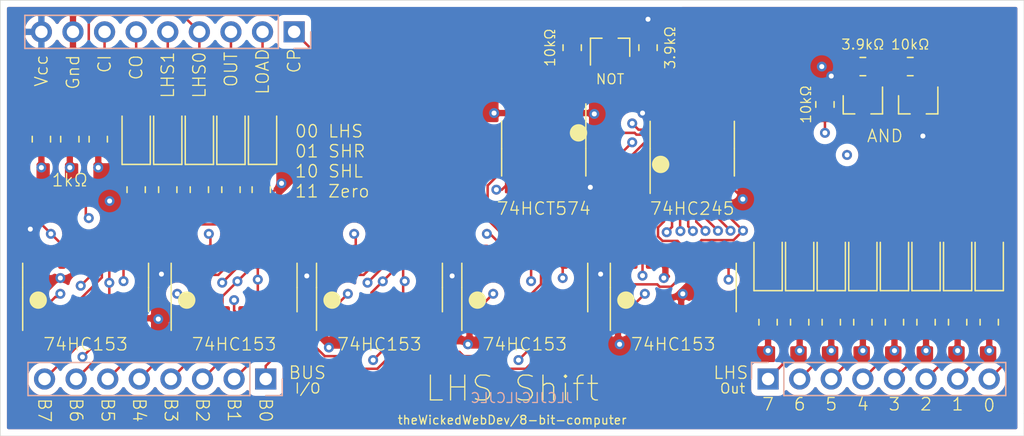
<source format=kicad_pcb>
(kicad_pcb (version 20171130) (host pcbnew "(5.1.10-1-10_14)")
  (layers (0 F.Cu signal) (1 In1.Cu signal) (2 In2.Cu signal) (31 B.Cu signal) (34 B.Paste user) (35 F.Paste user) (36 B.SilkS user) (37 F.SilkS user) (38 B.Mask user) (39 F.Mask user) (44 Edge.Cuts user))
  (net 0 "")
  (net 1 /LHS_07)
  (net 2 GND)
  (net 3 /LHS_06)
  (net 4 /LHS_05)
  (net 5 /LHS_04)
  (net 6 /LHS_03)
  (net 7 /LHS_02)
  (net 8 /LHS_01)
  (net 9 /LHS_00)
  (net 10 VCC)
  (net 11 BUS_07)
  (net 12 BUS_06)
  (net 13 BUS_05)
  (net 14 BUS_04)
  (net 15 BUS_03)
  (net 16 BUS_02)
  (net 17 BUS_01)
  (net 18 BUS_00)
  (net 19 LHS_SEL_00)
  (net 20 LHS_CARRY_IN)
  (net 21 LHS_SEL_01)
  (net 22 LHS_CARRY_OUT)
  (net 23 "Net-(U23-Pad7)")
  (net 24 "/LHS - Shift/LHS_LOAD")
  (net 25 CLOCK)
  (net 26 "Net-(R1-Pad1)")
  (net 27 "Net-(R2-Pad1)")
  (net 28 "Net-(R3-Pad1)")
  (net 29 "Net-(R4-Pad1)")
  (net 30 "Net-(R5-Pad1)")
  (net 31 "Net-(R6-Pad1)")
  (net 32 "Net-(R7-Pad1)")
  (net 33 "Net-(R8-Pad1)")
  (net 34 "Net-(U23-Pad9)")
  (net 35 "Net-(U23-Pad8)")
  (net 36 "Net-(U23-Pad6)")
  (net 37 "Net-(U23-Pad5)")
  (net 38 "Net-(U23-Pad4)")
  (net 39 "Net-(U23-Pad3)")
  (net 40 "Net-(U23-Pad2)")
  (net 41 "Net-(U37-Pad10)")
  (net 42 "Net-(U37-Pad7)")
  (net 43 "Net-(Q1-Pad3)")
  (net 44 LHS_LOAD_IN)
  (net 45 "Net-(U38-Pad1)")
  (net 46 "Net-(U39-Pad1)")
  (net 47 LHS_OUT)
  (net 48 "/LHS - Shift/~LHS_OUT")
  (net 49 "Net-(U1-Pad1)")
  (net 50 "Net-(U3-Pad1)")
  (net 51 "Net-(U8-Pad1)")
  (net 52 "Net-(Q3-Pad1)")
  (net 53 "Net-(Q1-Pad1)")
  (net 54 "Net-(Q2-Pad1)")
  (module Package_TO_SOT_SMD:SOT-23 (layer F.Cu) (at 146.69 139.7 270)
    (fp_text reference Q2 hide)
    (fp_text value PMBT2222)
    (pad 3 smd rect (at 1 0 270) (size 0.9 0.8) (layers F.Cu F.Paste F.Mask) (net 10 VCC))
    (pad 2 smd rect (at -1 0.95 270) (size 0.9 0.8) (layers F.Cu F.Paste F.Mask) (net 43 "Net-(Q1-Pad3)"))
    (pad 1 smd rect (at -1 -0.95 270) (size 0.9 0.8) (layers F.Cu F.Paste F.Mask) (net 54 "Net-(Q2-Pad1)"))
  )
  (module Package_TO_SOT_SMD:SOT-23 (layer F.Cu) (at 142.24 139.7 270)
    (fp_text reference Q1 hide)
    (fp_text value PMBT2222)
    (pad 3 smd rect (at 1 0 270) (size 0.9 0.8) (layers F.Cu F.Paste F.Mask) (net 43 "Net-(Q1-Pad3)"))
    (pad 2 smd rect (at -1 0.95 270) (size 0.9 0.8) (layers F.Cu F.Paste F.Mask) (net 24 "/LHS - Shift/LHS_LOAD"))
    (pad 1 smd rect (at -1 -0.95 270) (size 0.9 0.8) (layers F.Cu F.Paste F.Mask) (net 53 "Net-(Q1-Pad1)"))
  )
  (module Package_TO_SOT_SMD:SOT-23 (layer F.Cu) (at 121.92 135.128 90)
    (fp_text reference Q3 hide)
    (fp_text value PMBT2222)
    (pad 3 smd rect (at 1 0 90) (size 0.9 0.8) (layers F.Cu F.Paste F.Mask) (net 48 "/LHS - Shift/~LHS_OUT"))
    (pad 2 smd rect (at -1 0.95 90) (size 0.9 0.8) (layers F.Cu F.Paste F.Mask) (net 2 GND))
    (pad 1 smd rect (at -1 -0.95 90) (size 0.9 0.8) (layers F.Cu F.Paste F.Mask) (net 52 "Net-(Q3-Pad1)"))
  )
  (module Resistor_SMD:R_0805_2012Metric (layer F.Cu) (at 91.44 146.558 90)
    (fp_text reference U9 hide)
    (fp_text value 0603WAF1001T5E)
    (pad 2 smd roundrect (at 0.9125 0 90) (size 1.025 1.4) (layers F.Cu F.Paste F.Mask) (roundrect_rratio 0.2439014634146341) (net 51 "Net-(U8-Pad1)"))
    (pad 1 smd roundrect (at -0.9125 0 90) (size 1.025 1.4) (layers F.Cu F.Paste F.Mask) (roundrect_rratio 0.2439014634146341) (net 2 GND))
  )
  (module LED_SMD:LED_1206_3216Metric (layer F.Cu) (at 91.44 142.24 90)
    (fp_text reference U8 hide)
    (fp_text value 19-217_BHC-ZL1M2RY_3T)
    (pad 2 smd roundrect (at 1.4 0 90) (size 1.25 1.75) (layers F.Cu F.Paste F.Mask) (roundrect_rratio 0.2) (net 47 LHS_OUT))
    (pad 1 smd roundrect (at -1.4 0 90) (size 1.25 1.75) (layers F.Cu F.Paste F.Mask) (roundrect_rratio 0.2) (net 51 "Net-(U8-Pad1)"))
  )
  (module Resistor_SMD:R_0805_2012Metric (layer F.Cu) (at 80.772 142.494 90)
    (fp_text reference U4 hide)
    (fp_text value 0603WAF1001T5E)
    (pad 2 smd roundrect (at 0.9125 0 90) (size 1.025 1.4) (layers F.Cu F.Paste F.Mask) (roundrect_rratio 0.2439014634146341) (net 21 LHS_SEL_01))
    (pad 1 smd roundrect (at -0.9125 0 90) (size 1.025 1.4) (layers F.Cu F.Paste F.Mask) (roundrect_rratio 0.2439014634146341) (net 2 GND))
  )
  (module Package_SO:TSSOP-20_4.4x6.5mm_P0.65mm (layer F.Cu) (at 116.586 143.256 270)
    (fp_text reference U23 hide)
    (fp_text value 74HC574PW,118)
    (pad 20 smd roundrect (at 2.8625 -2.925 270) (size 1.475 0.4) (layers F.Cu F.Paste F.Mask) (net 10 VCC))
    (pad 19 smd roundrect (at 2.8625 -2.275 270) (size 1.475 0.4) (layers F.Cu F.Paste F.Mask) (net 9 /LHS_00))
    (pad 18 smd roundrect (at 2.8625 -1.625 270) (size 1.475 0.4) (layers F.Cu F.Paste F.Mask) (net 8 /LHS_01))
    (pad 17 smd roundrect (at 2.8625 -0.975 270) (size 1.475 0.4) (layers F.Cu F.Paste F.Mask) (net 7 /LHS_02))
    (pad 16 smd roundrect (at 2.8625 -0.325 270) (size 1.475 0.4) (layers F.Cu F.Paste F.Mask) (net 6 /LHS_03))
    (pad 15 smd roundrect (at 2.8625 0.325 270) (size 1.475 0.4) (layers F.Cu F.Paste F.Mask) (net 5 /LHS_04))
    (pad 14 smd roundrect (at 2.8625 0.975 270) (size 1.475 0.4) (layers F.Cu F.Paste F.Mask) (net 4 /LHS_05))
    (pad 13 smd roundrect (at 2.8625 1.625 270) (size 1.475 0.4) (layers F.Cu F.Paste F.Mask) (net 3 /LHS_06))
    (pad 12 smd roundrect (at 2.8625 2.275 270) (size 1.475 0.4) (layers F.Cu F.Paste F.Mask) (net 1 /LHS_07))
    (pad 11 smd roundrect (at 2.8625 2.925 270) (size 1.475 0.4) (layers F.Cu F.Paste F.Mask) (net 24 "/LHS - Shift/LHS_LOAD"))
    (pad 10 smd roundrect (at -2.8625 2.925 270) (size 1.475 0.4) (layers F.Cu F.Paste F.Mask) (net 2 GND))
    (pad 9 smd roundrect (at -2.8625 2.275 270) (size 1.475 0.4) (layers F.Cu F.Paste F.Mask) (net 34 "Net-(U23-Pad9)"))
    (pad 8 smd roundrect (at -2.8625 1.625 270) (size 1.475 0.4) (layers F.Cu F.Paste F.Mask) (net 35 "Net-(U23-Pad8)"))
    (pad 7 smd roundrect (at -2.8625 0.975 270) (size 1.475 0.4) (layers F.Cu F.Paste F.Mask) (net 23 "Net-(U23-Pad7)"))
    (pad 6 smd roundrect (at -2.8625 0.325 270) (size 1.475 0.4) (layers F.Cu F.Paste F.Mask) (net 36 "Net-(U23-Pad6)"))
    (pad 5 smd roundrect (at -2.8625 -0.325 270) (size 1.475 0.4) (layers F.Cu F.Paste F.Mask) (net 37 "Net-(U23-Pad5)"))
    (pad 4 smd roundrect (at -2.8625 -0.975 270) (size 1.475 0.4) (layers F.Cu F.Paste F.Mask) (net 38 "Net-(U23-Pad4)"))
    (pad 3 smd roundrect (at -2.8625 -1.625 270) (size 1.475 0.4) (layers F.Cu F.Paste F.Mask) (net 39 "Net-(U23-Pad3)"))
    (pad 2 smd roundrect (at -2.8625 -2.275 270) (size 1.475 0.4) (layers F.Cu F.Paste F.Mask) (net 40 "Net-(U23-Pad2)"))
    (pad 1 smd roundrect (at -2.8625 -2.925 270) (size 1.475 0.4) (layers F.Cu F.Paste F.Mask) (net 2 GND))
  )
  (module Resistor_SMD:R_0805_2012Metric (layer F.Cu) (at 93.8765 146.558 90)
    (fp_text reference U7 hide)
    (fp_text value 0603WAF1001T5E)
    (pad 2 smd roundrect (at 0.9125 0 90) (size 1.025 1.4) (layers F.Cu F.Paste F.Mask) (roundrect_rratio 0.2439014634146341) (net 50 "Net-(U3-Pad1)"))
    (pad 1 smd roundrect (at -0.9125 0 90) (size 1.025 1.4) (layers F.Cu F.Paste F.Mask) (roundrect_rratio 0.2439014634146341) (net 2 GND))
  )
  (module LED_SMD:LED_1206_3216Metric (layer F.Cu) (at 93.98 142.24 90)
    (fp_text reference U3 hide)
    (fp_text value 19-217_BHC-ZL1M2RY_3T)
    (pad 2 smd roundrect (at 1.4 0 90) (size 1.25 1.75) (layers F.Cu F.Paste F.Mask) (roundrect_rratio 0.2) (net 44 LHS_LOAD_IN))
    (pad 1 smd roundrect (at -1.4 0 90) (size 1.25 1.75) (layers F.Cu F.Paste F.Mask) (roundrect_rratio 0.2) (net 50 "Net-(U3-Pad1)"))
  )
  (module Resistor_SMD:R_0805_2012Metric (layer F.Cu) (at 83.82 146.558 90)
    (fp_text reference U2 hide)
    (fp_text value 0603WAF1001T5E)
    (pad 2 smd roundrect (at 0.9125 0 90) (size 1.025 1.4) (layers F.Cu F.Paste F.Mask) (roundrect_rratio 0.2439014634146341) (net 49 "Net-(U1-Pad1)"))
    (pad 1 smd roundrect (at -0.9125 0 90) (size 1.025 1.4) (layers F.Cu F.Paste F.Mask) (roundrect_rratio 0.2439014634146341) (net 2 GND))
  )
  (module LED_SMD:LED_1206_3216Metric (layer F.Cu) (at 83.82 142.24 90)
    (fp_text reference U1 hide)
    (fp_text value 19-217_BHC-ZL1M2RY_3T)
    (pad 2 smd roundrect (at 1.4 0 90) (size 1.25 1.75) (layers F.Cu F.Paste F.Mask) (roundrect_rratio 0.2) (net 22 LHS_CARRY_OUT))
    (pad 1 smd roundrect (at -1.4 0 90) (size 1.25 1.75) (layers F.Cu F.Paste F.Mask) (roundrect_rratio 0.2) (net 49 "Net-(U1-Pad1)"))
  )
  (module Resistor_SMD:R_0805_2012Metric (layer F.Cu) (at 86.36 146.558 90)
    (fp_text reference U41 hide)
    (fp_text value 0603WAF1001T5E)
    (pad 2 smd roundrect (at 0.9125 0 90) (size 1.025 1.4) (layers F.Cu F.Paste F.Mask) (roundrect_rratio 0.2439014634146341) (net 46 "Net-(U39-Pad1)"))
    (pad 1 smd roundrect (at -0.9125 0 90) (size 1.025 1.4) (layers F.Cu F.Paste F.Mask) (roundrect_rratio 0.2439014634146341) (net 2 GND))
  )
  (module Resistor_SMD:R_0805_2012Metric (layer F.Cu) (at 88.9 146.558 90)
    (fp_text reference U40 hide)
    (fp_text value 0603WAF1001T5E)
    (pad 2 smd roundrect (at 0.9125 0 90) (size 1.025 1.4) (layers F.Cu F.Paste F.Mask) (roundrect_rratio 0.2439014634146341) (net 45 "Net-(U38-Pad1)"))
    (pad 1 smd roundrect (at -0.9125 0 90) (size 1.025 1.4) (layers F.Cu F.Paste F.Mask) (roundrect_rratio 0.2439014634146341) (net 2 GND))
  )
  (module Resistor_SMD:R_0805_2012Metric (layer F.Cu) (at 78.486 142.494 90)
    (fp_text reference U6 hide)
    (fp_text value 0603WAF1001T5E)
    (pad 2 smd roundrect (at 0.9125 0 90) (size 1.025 1.4) (layers F.Cu F.Paste F.Mask) (roundrect_rratio 0.2439014634146341) (net 20 LHS_CARRY_IN))
    (pad 1 smd roundrect (at -0.9125 0 90) (size 1.025 1.4) (layers F.Cu F.Paste F.Mask) (roundrect_rratio 0.2439014634146341) (net 2 GND))
  )
  (module Resistor_SMD:R_0805_2012Metric (layer F.Cu) (at 76.2 142.494 270)
    (fp_text reference U5 hide)
    (fp_text value 0603WAF1001T5E)
    (pad 2 smd roundrect (at 0.9125 0 270) (size 1.025 1.4) (layers F.Cu F.Paste F.Mask) (roundrect_rratio 0.2439014634146341) (net 2 GND))
    (pad 1 smd roundrect (at -0.9125 0 270) (size 1.025 1.4) (layers F.Cu F.Paste F.Mask) (roundrect_rratio 0.2439014634146341) (net 19 LHS_SEL_00))
  )
  (module Resistor_SMD:R_0805_2012Metric (layer F.Cu) (at 152.4 157.226 270)
    (fp_text reference R8 hide)
    (fp_text value 0402WGF1001TCE)
    (pad 2 smd roundrect (at 0.9125 0 270) (size 1.025 1.4) (layers F.Cu F.Paste F.Mask) (roundrect_rratio 0.2439014634146341) (net 2 GND))
    (pad 1 smd roundrect (at -0.9125 0 270) (size 1.025 1.4) (layers F.Cu F.Paste F.Mask) (roundrect_rratio 0.2439014634146341) (net 33 "Net-(R8-Pad1)"))
  )
  (module Resistor_SMD:R_0805_2012Metric (layer F.Cu) (at 149.86 157.226 270)
    (fp_text reference R7 hide)
    (fp_text value 0402WGF1001TCE)
    (pad 2 smd roundrect (at 0.9125 0 270) (size 1.025 1.4) (layers F.Cu F.Paste F.Mask) (roundrect_rratio 0.2439014634146341) (net 2 GND))
    (pad 1 smd roundrect (at -0.9125 0 270) (size 1.025 1.4) (layers F.Cu F.Paste F.Mask) (roundrect_rratio 0.2439014634146341) (net 32 "Net-(R7-Pad1)"))
  )
  (module Resistor_SMD:R_0805_2012Metric (layer F.Cu) (at 147.32 157.226 270)
    (fp_text reference R6 hide)
    (fp_text value 0402WGF1001TCE)
    (pad 2 smd roundrect (at 0.9125 0 270) (size 1.025 1.4) (layers F.Cu F.Paste F.Mask) (roundrect_rratio 0.2439014634146341) (net 2 GND))
    (pad 1 smd roundrect (at -0.9125 0 270) (size 1.025 1.4) (layers F.Cu F.Paste F.Mask) (roundrect_rratio 0.2439014634146341) (net 31 "Net-(R6-Pad1)"))
  )
  (module Resistor_SMD:R_0805_2012Metric (layer F.Cu) (at 144.78 157.226 270)
    (fp_text reference R5 hide)
    (fp_text value 0402WGF1001TCE)
    (pad 2 smd roundrect (at 0.9125 0 270) (size 1.025 1.4) (layers F.Cu F.Paste F.Mask) (roundrect_rratio 0.2439014634146341) (net 2 GND))
    (pad 1 smd roundrect (at -0.9125 0 270) (size 1.025 1.4) (layers F.Cu F.Paste F.Mask) (roundrect_rratio 0.2439014634146341) (net 30 "Net-(R5-Pad1)"))
  )
  (module Resistor_SMD:R_0805_2012Metric (layer F.Cu) (at 142.24 157.226 270)
    (fp_text reference R4 hide)
    (fp_text value 0402WGF1001TCE)
    (pad 2 smd roundrect (at 0.9125 0 270) (size 1.025 1.4) (layers F.Cu F.Paste F.Mask) (roundrect_rratio 0.2439014634146341) (net 2 GND))
    (pad 1 smd roundrect (at -0.9125 0 270) (size 1.025 1.4) (layers F.Cu F.Paste F.Mask) (roundrect_rratio 0.2439014634146341) (net 29 "Net-(R4-Pad1)"))
  )
  (module Resistor_SMD:R_0805_2012Metric (layer F.Cu) (at 139.7 157.226 270)
    (fp_text reference R3 hide)
    (fp_text value 0402WGF1001TCE)
    (pad 2 smd roundrect (at 0.9125 0 270) (size 1.025 1.4) (layers F.Cu F.Paste F.Mask) (roundrect_rratio 0.2439014634146341) (net 2 GND))
    (pad 1 smd roundrect (at -0.9125 0 270) (size 1.025 1.4) (layers F.Cu F.Paste F.Mask) (roundrect_rratio 0.2439014634146341) (net 28 "Net-(R3-Pad1)"))
  )
  (module Resistor_SMD:R_0805_2012Metric (layer F.Cu) (at 137.16 157.226 270)
    (fp_text reference R2 hide)
    (fp_text value 0402WGF1001TCE)
    (pad 2 smd roundrect (at 0.9125 0 270) (size 1.025 1.4) (layers F.Cu F.Paste F.Mask) (roundrect_rratio 0.2439014634146341) (net 2 GND))
    (pad 1 smd roundrect (at -0.9125 0 270) (size 1.025 1.4) (layers F.Cu F.Paste F.Mask) (roundrect_rratio 0.2439014634146341) (net 27 "Net-(R2-Pad1)"))
  )
  (module Resistor_SMD:R_0805_2012Metric (layer F.Cu) (at 134.62 157.226 270)
    (fp_text reference R1 hide)
    (fp_text value 0402WGF1001TCE)
    (pad 2 smd roundrect (at 0.9125 0 270) (size 1.025 1.4) (layers F.Cu F.Paste F.Mask) (roundrect_rratio 0.2439014634146341) (net 2 GND))
    (pad 1 smd roundrect (at -0.9125 0 270) (size 1.025 1.4) (layers F.Cu F.Paste F.Mask) (roundrect_rratio 0.2439014634146341) (net 26 "Net-(R1-Pad1)"))
  )
  (module Resistor_SMD:R_0805_2012Metric (layer F.Cu) (at 124.968 135.128 270)
    (fp_text reference R13 hide)
    (fp_text value 0402WGF3901TCE)
    (fp_text user 3.9kΩ (at 0 -1.778 270) (layer F.SilkS) (effects (font (size 0.8 0.8) (thickness 0.1))))
    (pad 2 smd roundrect (at 0.9125 0 270) (size 1.025 1.4) (layers F.Cu F.Paste F.Mask) (roundrect_rratio 0.2439014634146341) (net 48 "/LHS - Shift/~LHS_OUT"))
    (pad 1 smd roundrect (at -0.9125 0 270) (size 1.025 1.4) (layers F.Cu F.Paste F.Mask) (roundrect_rratio 0.2439014634146341) (net 10 VCC))
  )
  (module Resistor_SMD:R_0805_2012Metric (layer F.Cu) (at 118.872 135.128 90)
    (fp_text reference R12 hide)
    (fp_text value 0603WAF1002T5E)
    (fp_text user 10kΩ (at 0 -1.778 90) (layer F.SilkS) (effects (font (size 0.8 0.8) (thickness 0.1))))
    (pad 2 smd roundrect (at 0.9125 0 90) (size 1.025 1.4) (layers F.Cu F.Paste F.Mask) (roundrect_rratio 0.2439014634146341) (net 52 "Net-(Q3-Pad1)"))
    (pad 1 smd roundrect (at -0.9125 0 90) (size 1.025 1.4) (layers F.Cu F.Paste F.Mask) (roundrect_rratio 0.2439014634146341) (net 47 LHS_OUT))
  )
  (module Resistor_SMD:R_0805_2012Metric (layer F.Cu) (at 146.05 136.652 180)
    (fp_text reference R11 hide)
    (fp_text value 0603WAF1002T5E)
    (fp_text user 10kΩ (at 0 1.778) (layer F.SilkS) (effects (font (size 0.8 0.8) (thickness 0.1))))
    (pad 2 smd roundrect (at 0.9125 0 180) (size 1.025 1.4) (layers F.Cu F.Paste F.Mask) (roundrect_rratio 0.2439014634146341) (net 54 "Net-(Q2-Pad1)"))
    (pad 1 smd roundrect (at -0.9125 0 180) (size 1.025 1.4) (layers F.Cu F.Paste F.Mask) (roundrect_rratio 0.2439014634146341) (net 25 CLOCK))
  )
  (module Resistor_SMD:R_0805_2012Metric (layer F.Cu) (at 139.192 139.7 90)
    (fp_text reference R10 hide)
    (fp_text value 0603WAF1002T5E)
    (fp_text user 10kΩ (at 0 -1.524 270) (layer F.SilkS) (effects (font (size 0.8 0.8) (thickness 0.1))))
    (pad 2 smd roundrect (at 0.9125 0 90) (size 1.025 1.4) (layers F.Cu F.Paste F.Mask) (roundrect_rratio 0.2439014634146341) (net 53 "Net-(Q1-Pad1)"))
    (pad 1 smd roundrect (at -0.9125 0 90) (size 1.025 1.4) (layers F.Cu F.Paste F.Mask) (roundrect_rratio 0.2439014634146341) (net 44 LHS_LOAD_IN))
  )
  (module Resistor_SMD:R_0805_2012Metric (layer F.Cu) (at 142.24 136.652 180)
    (fp_text reference R9 hide)
    (fp_text value 0402WGF3901TCE)
    (fp_text user 3.9kΩ (at 0 1.778 180) (layer F.SilkS) (effects (font (size 0.8 0.8) (thickness 0.1))))
    (pad 2 smd roundrect (at 0.9125 0 180) (size 1.025 1.4) (layers F.Cu F.Paste F.Mask) (roundrect_rratio 0.2439014634146341) (net 2 GND))
    (pad 1 smd roundrect (at -0.9125 0 180) (size 1.025 1.4) (layers F.Cu F.Paste F.Mask) (roundrect_rratio 0.2439014634146341) (net 24 "/LHS - Shift/LHS_LOAD"))
  )
  (module LED_SMD:LED_1206_3216Metric (layer F.Cu) (at 86.36 142.24 90)
    (fp_text reference U39 hide)
    (fp_text value 19-217_BHC-ZL1M2RY_3T hide)
    (pad 1 smd roundrect (at -1.4 0 90) (size 1.25 1.75) (layers F.Cu F.Paste F.Mask) (roundrect_rratio 0.2) (net 46 "Net-(U39-Pad1)"))
    (pad 2 smd roundrect (at 1.4 0 90) (size 1.25 1.75) (layers F.Cu F.Paste F.Mask) (roundrect_rratio 0.2) (net 21 LHS_SEL_01))
  )
  (module LED_SMD:LED_1206_3216Metric (layer F.Cu) (at 88.9 142.24 90)
    (fp_text reference U38 hide)
    (fp_text value 19-217_BHC-ZL1M2RY_3T hide)
    (pad 1 smd roundrect (at -1.4 0 90) (size 1.25 1.75) (layers F.Cu F.Paste F.Mask) (roundrect_rratio 0.2) (net 45 "Net-(U38-Pad1)"))
    (pad 2 smd roundrect (at 1.4 0 90) (size 1.25 1.75) (layers F.Cu F.Paste F.Mask) (roundrect_rratio 0.2) (net 19 LHS_SEL_00))
  )
  (module LED_SMD:LED_1206_3216Metric (layer F.Cu) (at 152.4 152.4 90)
    (fp_text reference U32 hide)
    (fp_text value NCD0805R1 hide)
    (pad 1 smd roundrect (at -1.4 0 90) (size 1.25 1.75) (layers F.Cu F.Paste F.Mask) (roundrect_rratio 0.2) (net 33 "Net-(R8-Pad1)"))
    (pad 2 smd roundrect (at 1.4 0 90) (size 1.25 1.75) (layers F.Cu F.Paste F.Mask) (roundrect_rratio 0.2) (net 9 /LHS_00))
  )
  (module Package_SO:TSSOP-20_4.4x6.5mm_P0.65mm (layer F.Cu) (at 128.524 143.256 90)
    (fp_text reference U24 hide)
    (fp_text value 74HC245PW,118 hide)
    (pad 1 smd roundrect (at -2.8625 -2.925 90) (size 1.475 0.4) (layers F.Cu F.Paste F.Mask) (net 2 GND))
    (pad 2 smd roundrect (at -2.8625 -2.275 90) (size 1.475 0.4) (layers F.Cu F.Paste F.Mask) (net 18 BUS_00))
    (pad 3 smd roundrect (at -2.8625 -1.625 90) (size 1.475 0.4) (layers F.Cu F.Paste F.Mask) (net 17 BUS_01))
    (pad 4 smd roundrect (at -2.8625 -0.975 90) (size 1.475 0.4) (layers F.Cu F.Paste F.Mask) (net 16 BUS_02))
    (pad 5 smd roundrect (at -2.8625 -0.325 90) (size 1.475 0.4) (layers F.Cu F.Paste F.Mask) (net 15 BUS_03))
    (pad 6 smd roundrect (at -2.8625 0.325 90) (size 1.475 0.4) (layers F.Cu F.Paste F.Mask) (net 14 BUS_04))
    (pad 7 smd roundrect (at -2.8625 0.975 90) (size 1.475 0.4) (layers F.Cu F.Paste F.Mask) (net 13 BUS_05))
    (pad 8 smd roundrect (at -2.8625 1.625 90) (size 1.475 0.4) (layers F.Cu F.Paste F.Mask) (net 12 BUS_06))
    (pad 9 smd roundrect (at -2.8625 2.275 90) (size 1.475 0.4) (layers F.Cu F.Paste F.Mask) (net 11 BUS_07))
    (pad 10 smd roundrect (at -2.8625 2.925 90) (size 1.475 0.4) (layers F.Cu F.Paste F.Mask) (net 2 GND))
    (pad 11 smd roundrect (at 2.8625 2.925 90) (size 1.475 0.4) (layers F.Cu F.Paste F.Mask) (net 1 /LHS_07))
    (pad 12 smd roundrect (at 2.8625 2.275 90) (size 1.475 0.4) (layers F.Cu F.Paste F.Mask) (net 3 /LHS_06))
    (pad 13 smd roundrect (at 2.8625 1.625 90) (size 1.475 0.4) (layers F.Cu F.Paste F.Mask) (net 4 /LHS_05))
    (pad 14 smd roundrect (at 2.8625 0.975 90) (size 1.475 0.4) (layers F.Cu F.Paste F.Mask) (net 5 /LHS_04))
    (pad 15 smd roundrect (at 2.8625 0.325 90) (size 1.475 0.4) (layers F.Cu F.Paste F.Mask) (net 6 /LHS_03))
    (pad 16 smd roundrect (at 2.8625 -0.325 90) (size 1.475 0.4) (layers F.Cu F.Paste F.Mask) (net 7 /LHS_02))
    (pad 17 smd roundrect (at 2.8625 -0.975 90) (size 1.475 0.4) (layers F.Cu F.Paste F.Mask) (net 8 /LHS_01))
    (pad 18 smd roundrect (at 2.8625 -1.625 90) (size 1.475 0.4) (layers F.Cu F.Paste F.Mask) (net 9 /LHS_00))
    (pad 19 smd roundrect (at 2.8625 -2.275 90) (size 1.475 0.4) (layers F.Cu F.Paste F.Mask) (net 48 "/LHS - Shift/~LHS_OUT"))
    (pad 20 smd roundrect (at 2.8625 -2.925 90) (size 1.475 0.4) (layers F.Cu F.Paste F.Mask) (net 10 VCC))
  )
  (module LED_SMD:LED_1206_3216Metric (layer F.Cu) (at 137.16 152.4 90)
    (fp_text reference U26 hide)
    (fp_text value NCD0805R1 hide)
    (pad 1 smd roundrect (at -1.4 0 90) (size 1.25 1.75) (layers F.Cu F.Paste F.Mask) (roundrect_rratio 0.2) (net 27 "Net-(R2-Pad1)"))
    (pad 2 smd roundrect (at 1.4 0 90) (size 1.25 1.75) (layers F.Cu F.Paste F.Mask) (roundrect_rratio 0.2) (net 3 /LHS_06))
  )
  (module LED_SMD:LED_1206_3216Metric (layer F.Cu) (at 139.7 152.4 90)
    (fp_text reference U27 hide)
    (fp_text value NCD0805R1 hide)
    (pad 1 smd roundrect (at -1.4 0 90) (size 1.25 1.75) (layers F.Cu F.Paste F.Mask) (roundrect_rratio 0.2) (net 28 "Net-(R3-Pad1)"))
    (pad 2 smd roundrect (at 1.4 0 90) (size 1.25 1.75) (layers F.Cu F.Paste F.Mask) (roundrect_rratio 0.2) (net 4 /LHS_05))
  )
  (module LED_SMD:LED_1206_3216Metric (layer F.Cu) (at 142.24 152.4 90)
    (fp_text reference U28 hide)
    (fp_text value NCD0805R1 hide)
    (pad 1 smd roundrect (at -1.4 0 90) (size 1.25 1.75) (layers F.Cu F.Paste F.Mask) (roundrect_rratio 0.2) (net 29 "Net-(R4-Pad1)"))
    (pad 2 smd roundrect (at 1.4 0 90) (size 1.25 1.75) (layers F.Cu F.Paste F.Mask) (roundrect_rratio 0.2) (net 5 /LHS_04))
  )
  (module LED_SMD:LED_1206_3216Metric (layer F.Cu) (at 144.78 152.4 90)
    (fp_text reference U29 hide)
    (fp_text value NCD0805R1 hide)
    (pad 1 smd roundrect (at -1.4 0 90) (size 1.25 1.75) (layers F.Cu F.Paste F.Mask) (roundrect_rratio 0.2) (net 30 "Net-(R5-Pad1)"))
    (pad 2 smd roundrect (at 1.4 0 90) (size 1.25 1.75) (layers F.Cu F.Paste F.Mask) (roundrect_rratio 0.2) (net 6 /LHS_03))
  )
  (module LED_SMD:LED_1206_3216Metric (layer F.Cu) (at 134.62 152.4 90)
    (fp_text reference U25 hide)
    (fp_text value NCD0805R1 hide)
    (pad 1 smd roundrect (at -1.4 0 90) (size 1.25 1.75) (layers F.Cu F.Paste F.Mask) (roundrect_rratio 0.2) (net 26 "Net-(R1-Pad1)"))
    (pad 2 smd roundrect (at 1.4 0 90) (size 1.25 1.75) (layers F.Cu F.Paste F.Mask) (roundrect_rratio 0.2) (net 1 /LHS_07))
  )
  (module LED_SMD:LED_1206_3216Metric (layer F.Cu) (at 147.32 152.4 90)
    (fp_text reference U30 hide)
    (fp_text value NCD0805R1 hide)
    (pad 1 smd roundrect (at -1.4 0 90) (size 1.25 1.75) (layers F.Cu F.Paste F.Mask) (roundrect_rratio 0.2) (net 31 "Net-(R6-Pad1)"))
    (pad 2 smd roundrect (at 1.4 0 90) (size 1.25 1.75) (layers F.Cu F.Paste F.Mask) (roundrect_rratio 0.2) (net 7 /LHS_02))
  )
  (module LED_SMD:LED_1206_3216Metric (layer F.Cu) (at 149.86 152.4 90)
    (fp_text reference U31 hide)
    (fp_text value NCD0805R1 hide)
    (pad 1 smd roundrect (at -1.4 0 90) (size 1.25 1.75) (layers F.Cu F.Paste F.Mask) (roundrect_rratio 0.2) (net 32 "Net-(R7-Pad1)"))
    (pad 2 smd roundrect (at 1.4 0 90) (size 1.25 1.75) (layers F.Cu F.Paste F.Mask) (roundrect_rratio 0.2) (net 8 /LHS_01))
  )
  (module Connector_PinHeader_2.54mm:PinHeader_1x08_P2.54mm_Vertical (layer B.Cu) (at 94.234 161.798 90)
    (fp_text reference J3 hide)
    (fp_text value Conn_01x08 hide)
    (pad 1 thru_hole rect (at 0 0 90) (size 1.7 1.7) (drill 1) (layers *.Cu *.Mask) (net 18 BUS_00))
    (pad 2 thru_hole oval (at 0 -2.54 90) (size 1.7 1.7) (drill 1) (layers *.Cu *.Mask) (net 17 BUS_01))
    (pad 3 thru_hole oval (at 0 -5.08 90) (size 1.7 1.7) (drill 1) (layers *.Cu *.Mask) (net 16 BUS_02))
    (pad 4 thru_hole oval (at 0 -7.62 90) (size 1.7 1.7) (drill 1) (layers *.Cu *.Mask) (net 15 BUS_03))
    (pad 5 thru_hole oval (at 0 -10.16 90) (size 1.7 1.7) (drill 1) (layers *.Cu *.Mask) (net 14 BUS_04))
    (pad 6 thru_hole oval (at 0 -12.7 90) (size 1.7 1.7) (drill 1) (layers *.Cu *.Mask) (net 13 BUS_05))
    (pad 7 thru_hole oval (at 0 -15.24 90) (size 1.7 1.7) (drill 1) (layers *.Cu *.Mask) (net 12 BUS_06))
    (pad 8 thru_hole oval (at 0 -17.78 90) (size 1.7 1.7) (drill 1) (layers *.Cu *.Mask) (net 11 BUS_07))
  )
  (module Package_SO:SOIC-16_3.9x9.9mm_P1.27mm (layer F.Cu) (at 103.378 154.432 90)
    (fp_text reference U35 hide)
    (fp_text value 74HC153D,653 hide)
    (pad 1 smd roundrect (at -2.475 -4.445 90) (size 1.95 0.6) (layers F.Cu F.Paste F.Mask) (net 2 GND))
    (pad 2 smd roundrect (at -2.475 -3.175 90) (size 1.95 0.6) (layers F.Cu F.Paste F.Mask) (net 21 LHS_SEL_01))
    (pad 3 smd roundrect (at -2.475 -1.905 90) (size 1.95 0.6) (layers F.Cu F.Paste F.Mask) (net 2 GND))
    (pad 4 smd roundrect (at -2.475 -0.635 90) (size 1.95 0.6) (layers F.Cu F.Paste F.Mask) (net 15 BUS_03))
    (pad 5 smd roundrect (at -2.475 0.635 90) (size 1.95 0.6) (layers F.Cu F.Paste F.Mask) (net 17 BUS_01))
    (pad 6 smd roundrect (at -2.475 1.905 90) (size 1.95 0.6) (layers F.Cu F.Paste F.Mask) (net 16 BUS_02))
    (pad 7 smd roundrect (at -2.475 3.175 90) (size 1.95 0.6) (layers F.Cu F.Paste F.Mask) (net 38 "Net-(U23-Pad4)"))
    (pad 8 smd roundrect (at -2.475 4.445 90) (size 1.95 0.6) (layers F.Cu F.Paste F.Mask) (net 2 GND))
    (pad 9 smd roundrect (at 2.475 4.445 90) (size 1.95 0.6) (layers F.Cu F.Paste F.Mask) (net 37 "Net-(U23-Pad5)"))
    (pad 10 smd roundrect (at 2.475 3.175 90) (size 1.95 0.6) (layers F.Cu F.Paste F.Mask) (net 15 BUS_03))
    (pad 11 smd roundrect (at 2.475 1.905 90) (size 1.95 0.6) (layers F.Cu F.Paste F.Mask) (net 16 BUS_02))
    (pad 12 smd roundrect (at 2.475 0.635 90) (size 1.95 0.6) (layers F.Cu F.Paste F.Mask) (net 14 BUS_04))
    (pad 13 smd roundrect (at 2.475 -0.635 90) (size 1.95 0.6) (layers F.Cu F.Paste F.Mask) (net 2 GND))
    (pad 14 smd roundrect (at 2.475 -1.905 90) (size 1.95 0.6) (layers F.Cu F.Paste F.Mask) (net 19 LHS_SEL_00))
    (pad 15 smd roundrect (at 2.475 -3.175 90) (size 1.95 0.6) (layers F.Cu F.Paste F.Mask) (net 2 GND))
    (pad 16 smd roundrect (at 2.475 -4.445 90) (size 1.95 0.6) (layers F.Cu F.Paste F.Mask) (net 10 VCC))
  )
  (module Connector_PinHeader_2.54mm:PinHeader_1x09_P2.54mm_Vertical (layer B.Cu) (at 96.52 133.858 90)
    (fp_text reference J1 hide)
    (fp_text value Conn_01x09 hide)
    (pad 1 thru_hole rect (at 0 0 90) (size 1.7 1.7) (drill 1) (layers *.Cu *.Mask) (net 25 CLOCK))
    (pad 2 thru_hole oval (at 0 -2.54 90) (size 1.7 1.7) (drill 1) (layers *.Cu *.Mask) (net 44 LHS_LOAD_IN))
    (pad 3 thru_hole oval (at 0 -5.08 90) (size 1.7 1.7) (drill 1) (layers *.Cu *.Mask) (net 47 LHS_OUT))
    (pad 4 thru_hole oval (at 0 -7.62 90) (size 1.7 1.7) (drill 1) (layers *.Cu *.Mask) (net 19 LHS_SEL_00))
    (pad 5 thru_hole oval (at 0 -10.16 90) (size 1.7 1.7) (drill 1) (layers *.Cu *.Mask) (net 21 LHS_SEL_01))
    (pad 6 thru_hole oval (at 0 -12.7 90) (size 1.7 1.7) (drill 1) (layers *.Cu *.Mask) (net 22 LHS_CARRY_OUT))
    (pad 7 thru_hole oval (at 0 -15.24 90) (size 1.7 1.7) (drill 1) (layers *.Cu *.Mask) (net 20 LHS_CARRY_IN))
    (pad 8 thru_hole oval (at 0 -17.78 90) (size 1.7 1.7) (drill 1) (layers *.Cu *.Mask) (net 2 GND))
    (pad 9 thru_hole oval (at 0 -20.32 90) (size 1.7 1.7) (drill 1) (layers *.Cu *.Mask) (net 10 VCC))
  )
  (module Connector_PinHeader_2.54mm:PinHeader_1x08_P2.54mm_Vertical (layer B.Cu) (at 134.62 161.798 270)
    (fp_text reference J2 hide)
    (fp_text value Conn_01x08 hide)
    (pad 8 thru_hole oval (at 0 -17.78 270) (size 1.7 1.7) (drill 1) (layers *.Cu *.Mask) (net 9 /LHS_00))
    (pad 7 thru_hole oval (at 0 -15.24 270) (size 1.7 1.7) (drill 1) (layers *.Cu *.Mask) (net 8 /LHS_01))
    (pad 6 thru_hole oval (at 0 -12.7 270) (size 1.7 1.7) (drill 1) (layers *.Cu *.Mask) (net 7 /LHS_02))
    (pad 5 thru_hole oval (at 0 -10.16 270) (size 1.7 1.7) (drill 1) (layers *.Cu *.Mask) (net 6 /LHS_03))
    (pad 4 thru_hole oval (at 0 -7.62 270) (size 1.7 1.7) (drill 1) (layers *.Cu *.Mask) (net 5 /LHS_04))
    (pad 3 thru_hole oval (at 0 -5.08 270) (size 1.7 1.7) (drill 1) (layers *.Cu *.Mask) (net 4 /LHS_05))
    (pad 2 thru_hole oval (at 0 -2.54 270) (size 1.7 1.7) (drill 1) (layers *.Cu *.Mask) (net 3 /LHS_06))
    (pad 1 thru_hole rect (at 0 0 270) (size 1.7 1.7) (drill 1) (layers *.Cu *.Mask) (net 1 /LHS_07))
  )
  (module Package_SO:SOIC-16_3.9x9.9mm_P1.27mm (layer F.Cu) (at 91.694 154.432 90)
    (fp_text reference U34 hide)
    (fp_text value 74HC153D,653 hide)
    (pad 1 smd roundrect (at -2.475 -4.445 90) (size 1.95 0.6) (layers F.Cu F.Paste F.Mask) (net 2 GND))
    (pad 2 smd roundrect (at -2.475 -3.175 90) (size 1.95 0.6) (layers F.Cu F.Paste F.Mask) (net 21 LHS_SEL_01))
    (pad 3 smd roundrect (at -2.475 -1.905 90) (size 1.95 0.6) (layers F.Cu F.Paste F.Mask) (net 2 GND))
    (pad 4 smd roundrect (at -2.475 -0.635 90) (size 1.95 0.6) (layers F.Cu F.Paste F.Mask) (net 13 BUS_05))
    (pad 5 smd roundrect (at -2.475 0.635 90) (size 1.95 0.6) (layers F.Cu F.Paste F.Mask) (net 15 BUS_03))
    (pad 6 smd roundrect (at -2.475 1.905 90) (size 1.95 0.6) (layers F.Cu F.Paste F.Mask) (net 14 BUS_04))
    (pad 7 smd roundrect (at -2.475 3.175 90) (size 1.95 0.6) (layers F.Cu F.Paste F.Mask) (net 36 "Net-(U23-Pad6)"))
    (pad 8 smd roundrect (at -2.475 4.445 90) (size 1.95 0.6) (layers F.Cu F.Paste F.Mask) (net 2 GND))
    (pad 9 smd roundrect (at 2.475 4.445 90) (size 1.95 0.6) (layers F.Cu F.Paste F.Mask) (net 23 "Net-(U23-Pad7)"))
    (pad 10 smd roundrect (at 2.475 3.175 90) (size 1.95 0.6) (layers F.Cu F.Paste F.Mask) (net 13 BUS_05))
    (pad 11 smd roundrect (at 2.475 1.905 90) (size 1.95 0.6) (layers F.Cu F.Paste F.Mask) (net 14 BUS_04))
    (pad 12 smd roundrect (at 2.475 0.635 90) (size 1.95 0.6) (layers F.Cu F.Paste F.Mask) (net 12 BUS_06))
    (pad 13 smd roundrect (at 2.475 -0.635 90) (size 1.95 0.6) (layers F.Cu F.Paste F.Mask) (net 2 GND))
    (pad 14 smd roundrect (at 2.475 -1.905 90) (size 1.95 0.6) (layers F.Cu F.Paste F.Mask) (net 19 LHS_SEL_00))
    (pad 15 smd roundrect (at 2.475 -3.175 90) (size 1.95 0.6) (layers F.Cu F.Paste F.Mask) (net 2 GND))
    (pad 16 smd roundrect (at 2.475 -4.445 90) (size 1.95 0.6) (layers F.Cu F.Paste F.Mask) (net 10 VCC))
  )
  (module Package_SO:SOIC-16_3.9x9.9mm_P1.27mm (layer F.Cu) (at 127 154.432 90)
    (fp_text reference U37 hide)
    (fp_text value 74HC153D,653 hide)
    (pad 1 smd roundrect (at -2.475 -4.445 90) (size 1.95 0.6) (layers F.Cu F.Paste F.Mask) (net 2 GND))
    (pad 2 smd roundrect (at -2.475 -3.175 90) (size 1.95 0.6) (layers F.Cu F.Paste F.Mask) (net 21 LHS_SEL_01))
    (pad 3 smd roundrect (at -2.475 -1.905 90) (size 1.95 0.6) (layers F.Cu F.Paste F.Mask) (net 2 GND))
    (pad 4 smd roundrect (at -2.475 -0.635 90) (size 1.95 0.6) (layers F.Cu F.Paste F.Mask) (net 2 GND))
    (pad 5 smd roundrect (at -2.475 0.635 90) (size 1.95 0.6) (layers F.Cu F.Paste F.Mask) (net 2 GND))
    (pad 6 smd roundrect (at -2.475 1.905 90) (size 1.95 0.6) (layers F.Cu F.Paste F.Mask) (net 2 GND))
    (pad 7 smd roundrect (at -2.475 3.175 90) (size 1.95 0.6) (layers F.Cu F.Paste F.Mask) (net 42 "Net-(U37-Pad7)"))
    (pad 8 smd roundrect (at -2.475 4.445 90) (size 1.95 0.6) (layers F.Cu F.Paste F.Mask) (net 2 GND))
    (pad 9 smd roundrect (at 2.475 4.445 90) (size 1.95 0.6) (layers F.Cu F.Paste F.Mask) (net 22 LHS_CARRY_OUT))
    (pad 10 smd roundrect (at 2.475 3.175 90) (size 1.95 0.6) (layers F.Cu F.Paste F.Mask) (net 41 "Net-(U37-Pad10)"))
    (pad 11 smd roundrect (at 2.475 1.905 90) (size 1.95 0.6) (layers F.Cu F.Paste F.Mask) (net 11 BUS_07))
    (pad 12 smd roundrect (at 2.475 0.635 90) (size 1.95 0.6) (layers F.Cu F.Paste F.Mask) (net 18 BUS_00))
    (pad 13 smd roundrect (at 2.475 -0.635 90) (size 1.95 0.6) (layers F.Cu F.Paste F.Mask) (net 2 GND))
    (pad 14 smd roundrect (at 2.475 -1.905 90) (size 1.95 0.6) (layers F.Cu F.Paste F.Mask) (net 19 LHS_SEL_00))
    (pad 15 smd roundrect (at 2.475 -3.175 90) (size 1.95 0.6) (layers F.Cu F.Paste F.Mask) (net 2 GND))
    (pad 16 smd roundrect (at 2.475 -4.445 90) (size 1.95 0.6) (layers F.Cu F.Paste F.Mask) (net 10 VCC))
  )
  (module Package_SO:SOIC-16_3.9x9.9mm_P1.27mm (layer F.Cu) (at 79.756 154.432 90)
    (fp_text reference U33 hide)
    (fp_text value 74HC153D,653 hide)
    (pad 1 smd roundrect (at -2.475 -4.445 90) (size 1.95 0.6) (layers F.Cu F.Paste F.Mask) (net 2 GND))
    (pad 2 smd roundrect (at -2.475 -3.175 90) (size 1.95 0.6) (layers F.Cu F.Paste F.Mask) (net 21 LHS_SEL_01))
    (pad 3 smd roundrect (at -2.475 -1.905 90) (size 1.95 0.6) (layers F.Cu F.Paste F.Mask) (net 2 GND))
    (pad 4 smd roundrect (at -2.475 -0.635 90) (size 1.95 0.6) (layers F.Cu F.Paste F.Mask) (net 11 BUS_07))
    (pad 5 smd roundrect (at -2.475 0.635 90) (size 1.95 0.6) (layers F.Cu F.Paste F.Mask) (net 13 BUS_05))
    (pad 6 smd roundrect (at -2.475 1.905 90) (size 1.95 0.6) (layers F.Cu F.Paste F.Mask) (net 12 BUS_06))
    (pad 7 smd roundrect (at -2.475 3.175 90) (size 1.95 0.6) (layers F.Cu F.Paste F.Mask) (net 35 "Net-(U23-Pad8)"))
    (pad 8 smd roundrect (at -2.475 4.445 90) (size 1.95 0.6) (layers F.Cu F.Paste F.Mask) (net 2 GND))
    (pad 9 smd roundrect (at 2.475 4.445 90) (size 1.95 0.6) (layers F.Cu F.Paste F.Mask) (net 34 "Net-(U23-Pad9)"))
    (pad 10 smd roundrect (at 2.475 3.175 90) (size 1.95 0.6) (layers F.Cu F.Paste F.Mask) (net 11 BUS_07))
    (pad 11 smd roundrect (at 2.475 1.905 90) (size 1.95 0.6) (layers F.Cu F.Paste F.Mask) (net 12 BUS_06))
    (pad 12 smd roundrect (at 2.475 0.635 90) (size 1.95 0.6) (layers F.Cu F.Paste F.Mask) (net 20 LHS_CARRY_IN))
    (pad 13 smd roundrect (at 2.475 -0.635 90) (size 1.95 0.6) (layers F.Cu F.Paste F.Mask) (net 2 GND))
    (pad 14 smd roundrect (at 2.475 -1.905 90) (size 1.95 0.6) (layers F.Cu F.Paste F.Mask) (net 19 LHS_SEL_00))
    (pad 15 smd roundrect (at 2.475 -3.175 90) (size 1.95 0.6) (layers F.Cu F.Paste F.Mask) (net 2 GND))
    (pad 16 smd roundrect (at 2.475 -4.445 90) (size 1.95 0.6) (layers F.Cu F.Paste F.Mask) (net 10 VCC))
  )
  (module Package_SO:SOIC-16_3.9x9.9mm_P1.27mm (layer F.Cu) (at 115.062 154.432 90)
    (fp_text reference U36 hide)
    (fp_text value 74HC153D,653 hide)
    (pad 1 smd roundrect (at -2.475 -4.445 90) (size 1.95 0.6) (layers F.Cu F.Paste F.Mask) (net 2 GND))
    (pad 2 smd roundrect (at -2.475 -3.175 90) (size 1.95 0.6) (layers F.Cu F.Paste F.Mask) (net 21 LHS_SEL_01))
    (pad 3 smd roundrect (at -2.475 -1.905 90) (size 1.95 0.6) (layers F.Cu F.Paste F.Mask) (net 2 GND))
    (pad 4 smd roundrect (at -2.475 -0.635 90) (size 1.95 0.6) (layers F.Cu F.Paste F.Mask) (net 17 BUS_01))
    (pad 5 smd roundrect (at -2.475 0.635 90) (size 1.95 0.6) (layers F.Cu F.Paste F.Mask) (net 20 LHS_CARRY_IN))
    (pad 6 smd roundrect (at -2.475 1.905 90) (size 1.95 0.6) (layers F.Cu F.Paste F.Mask) (net 18 BUS_00))
    (pad 7 smd roundrect (at -2.475 3.175 90) (size 1.95 0.6) (layers F.Cu F.Paste F.Mask) (net 40 "Net-(U23-Pad2)"))
    (pad 8 smd roundrect (at -2.475 4.445 90) (size 1.95 0.6) (layers F.Cu F.Paste F.Mask) (net 2 GND))
    (pad 9 smd roundrect (at 2.475 4.445 90) (size 1.95 0.6) (layers F.Cu F.Paste F.Mask) (net 39 "Net-(U23-Pad3)"))
    (pad 10 smd roundrect (at 2.475 3.175 90) (size 1.95 0.6) (layers F.Cu F.Paste F.Mask) (net 17 BUS_01))
    (pad 11 smd roundrect (at 2.475 1.905 90) (size 1.95 0.6) (layers F.Cu F.Paste F.Mask) (net 18 BUS_00))
    (pad 12 smd roundrect (at 2.475 0.635 90) (size 1.95 0.6) (layers F.Cu F.Paste F.Mask) (net 16 BUS_02))
    (pad 13 smd roundrect (at 2.475 -0.635 90) (size 1.95 0.6) (layers F.Cu F.Paste F.Mask) (net 2 GND))
    (pad 14 smd roundrect (at 2.475 -1.905 90) (size 1.95 0.6) (layers F.Cu F.Paste F.Mask) (net 19 LHS_SEL_00))
    (pad 15 smd roundrect (at 2.475 -3.175 90) (size 1.95 0.6) (layers F.Cu F.Paste F.Mask) (net 2 GND))
    (pad 16 smd roundrect (at 2.475 -4.445 90) (size 1.95 0.6) (layers F.Cu F.Paste F.Mask) (net 10 VCC))
  )
  (gr_text 1kΩ (at 78.486 145.796) (layer F.SilkS) (effects (font (size 1 1) (thickness 0.1))))
  (gr_text "00 LHS\n01 SHR\n10 SHL\n11 Zero" (at 96.52 144.272) (layer F.SilkS) (effects (font (size 1 1) (thickness 0.1)) (justify left)))
  (gr_text Out (at 132.842 162.56) (layer F.SilkS) (effects (font (size 0.8 0.8) (thickness 0.1)) (justify right)))
  (gr_text I/O (at 96.52 162.56) (layer F.SilkS) (effects (font (size 0.8 0.8) (thickness 0.1)) (justify left)))
  (gr_text BUS (at 96.012 161.29) (layer F.SilkS) (effects (font (size 1 1) (thickness 0.1)) (justify left)))
  (gr_text LHS (at 133.096 161.29) (layer F.SilkS) (effects (font (size 1 1) (thickness 0.1)) (justify right)))
  (gr_text 74HC153 (at 127 159.004) (layer F.SilkS) (effects (font (size 1 1) (thickness 0.1))))
  (gr_text 74HC153 (at 115.062 159.004) (layer F.SilkS) (effects (font (size 1 1) (thickness 0.1))))
  (gr_text 74HC153 (at 103.378 159.004) (layer F.SilkS) (effects (font (size 1 1) (thickness 0.1))))
  (gr_text 74HC153 (at 91.694 159.004) (layer F.SilkS) (effects (font (size 1 1) (thickness 0.1))))
  (gr_text 74HC153 (at 79.756 159.004) (layer F.SilkS) (effects (font (size 1 1) (thickness 0.1))))
  (gr_line (start 72.898 131.318) (end 72.898 164.592) (layer Edge.Cuts) (width 0.05))
  (gr_line (start 155.194 131.318) (end 72.898 131.318) (layer Edge.Cuts) (width 0.05))
  (gr_line (start 155.194 164.592) (end 155.194 131.318) (layer Edge.Cuts) (width 0.05))
  (gr_line (start 155.194 166.37) (end 72.898 166.37) (layer Edge.Cuts) (width 0.05))
  (gr_line (start 155.194 164.592) (end 155.194 166.37) (layer Edge.Cuts) (width 0.05))
  (gr_line (start 72.898 164.592) (end 72.898 166.37) (layer Edge.Cuts) (width 0.05))
  (gr_text theWickedWebDev/8-bit-computer (at 114.046 165.1) (layer F.SilkS) (effects (font (size 0.7 0.7) (thickness 0.1))))
  (gr_circle (center 75.946 155.448) (end 75.946 155.448) (layer F.SilkS) (width 0.7))
  (gr_circle (center 87.884 155.448) (end 87.884 155.448) (layer F.SilkS) (width 0.7))
  (gr_circle (center 99.568 155.448) (end 99.568 155.448) (layer F.SilkS) (width 0.7))
  (gr_circle (center 111.252 155.448) (end 111.252 155.448) (layer F.SilkS) (width 0.7))
  (gr_circle (center 123.19 155.448) (end 123.19 155.448) (layer F.SilkS) (width 0.7))
  (gr_circle (center 125.984 144.526) (end 125.984 144.526) (layer F.SilkS) (width 0.7))
  (gr_circle (center 119.38 141.986) (end 119.38 141.986) (layer F.SilkS) (width 0.7))
  (gr_text "LHS Shift" (at 114.046 162.56) (layer F.SilkS) (effects (font (size 2 2) (thickness 0.1))))
  (gr_text CP (at 96.52 135.128 90) (layer F.SilkS) (effects (font (size 1 1) (thickness 0.1)) (justify right)))
  (gr_text LOAD (at 93.98 135.128 90) (layer F.SilkS) (effects (font (size 1 1) (thickness 0.1)) (justify right)))
  (gr_text 7 (at 134.62 163.83) (layer F.SilkS) (effects (font (size 1 1) (thickness 0.1))))
  (gr_text AND (at 144.018 142.24) (layer F.SilkS) (effects (font (size 1 1) (thickness 0.1))))
  (gr_text 0 (at 152.4 163.83 180) (layer F.SilkS) (effects (font (size 1 1) (thickness 0.1))))
  (gr_text 74HC245 (at 128.524 148.082) (layer F.SilkS) (effects (font (size 1 1) (thickness 0.1))))
  (gr_text 74HCT574 (at 116.586 148.082) (layer F.SilkS) (effects (font (size 1 1) (thickness 0.1))))
  (gr_text JLCJLCJLCJLC (at 114.808 163.322) (layer B.SilkS) (effects (font (size 0.8 0.8) (thickness 0.1)) (justify mirror)))
  (gr_text 5 (at 139.7 163.83) (layer F.SilkS) (effects (font (size 1 1) (thickness 0.1))))
  (gr_text LHS0 (at 88.9 135.382 90) (layer F.SilkS) (effects (font (size 1 1) (thickness 0.1)) (justify right)))
  (gr_text 4 (at 142.24 163.83) (layer F.SilkS) (effects (font (size 1 1) (thickness 0.1))))
  (gr_text NOT (at 121.92 137.668) (layer F.SilkS) (effects (font (size 0.8 0.8) (thickness 0.1))))
  (gr_text 1 (at 149.86 163.83) (layer F.SilkS) (effects (font (size 1 1) (thickness 0.1))))
  (gr_text Gnd (at 78.74 135.636 90) (layer F.SilkS) (effects (font (size 1 1) (thickness 0.1)) (justify right)))
  (gr_text CI (at 81.28 135.636 90) (layer F.SilkS) (effects (font (size 1 1) (thickness 0.1)) (justify right)))
  (gr_text CO (at 83.82 135.636 90) (layer F.SilkS) (effects (font (size 1 1) (thickness 0.1)) (justify right)))
  (gr_text B0 (at 94.234 165.354 270) (layer F.SilkS) (effects (font (size 1 1) (thickness 0.1)) (justify right)))
  (gr_text B7 (at 76.454 165.354 270) (layer F.SilkS) (effects (font (size 1 1) (thickness 0.1)) (justify right)))
  (gr_text 6 (at 137.16 163.83) (layer F.SilkS) (effects (font (size 1 1) (thickness 0.1))))
  (gr_text B1 (at 91.694 165.354 270) (layer F.SilkS) (effects (font (size 1 1) (thickness 0.1)) (justify right)))
  (gr_text B2 (at 89.154 165.354 270) (layer F.SilkS) (effects (font (size 1 1) (thickness 0.1)) (justify right)))
  (gr_text B4 (at 84.074 165.354 270) (layer F.SilkS) (effects (font (size 1 1) (thickness 0.1)) (justify right)))
  (gr_text OUT (at 91.44 135.382 90) (layer F.SilkS) (effects (font (size 1 1) (thickness 0.1)) (justify right)))
  (gr_text B3 (at 86.614 165.354 270) (layer F.SilkS) (effects (font (size 1 1) (thickness 0.1)) (justify right)))
  (gr_text Vcc (at 76.2 135.636 90) (layer F.SilkS) (effects (font (size 1 1) (thickness 0.1)) (justify right)))
  (gr_text LHS1 (at 86.36 135.382 90) (layer F.SilkS) (effects (font (size 1 1) (thickness 0.1)) (justify right)))
  (gr_text 2 (at 147.32 163.83) (layer F.SilkS) (effects (font (size 1 1) (thickness 0.1))))
  (gr_text B5 (at 81.534 165.354 270) (layer F.SilkS) (effects (font (size 1 1) (thickness 0.1)) (justify right)))
  (gr_text B6 (at 78.994 165.354 270) (layer F.SilkS) (effects (font (size 1 1) (thickness 0.1)) (justify right)))
  (gr_text 3 (at 144.78 163.83) (layer F.SilkS) (effects (font (size 1 1) (thickness 0.1))))
  (segment (start 118.450856 149.428044) (end 119.104867 150.082055) (width 0.2) (layer F.Cu) (net 1))
  (segment (start 131.449 142.617) (end 131.449 140.3935) (width 0.2) (layer F.Cu) (net 1))
  (segment (start 129.463956 144.602044) (end 131.449 142.617) (width 0.2) (layer F.Cu) (net 1))
  (segment (start 125.688456 144.602044) (end 129.463956 144.602044) (width 0.2) (layer F.Cu) (net 1))
  (segment (start 122.429123 150.082055) (end 124.936055 147.575123) (width 0.2) (layer F.Cu) (net 1))
  (segment (start 119.104867 150.082055) (end 122.429123 150.082055) (width 0.2) (layer F.Cu) (net 1))
  (segment (start 116.292644 149.428044) (end 118.450856 149.428044) (width 0.2) (layer F.Cu) (net 1))
  (segment (start 114.311 147.4464) (end 116.292644 149.428044) (width 0.2) (layer F.Cu) (net 1))
  (segment (start 114.311 146.1185) (end 114.311 147.4464) (width 0.2) (layer F.Cu) (net 1))
  (segment (start 124.936055 145.354445) (end 125.688456 144.602044) (width 0.2) (layer F.Cu) (net 1))
  (segment (start 124.936055 147.575123) (end 124.936055 145.354445) (width 0.2) (layer F.Cu) (net 1))
  (segment (start 135.79501 160.62299) (end 134.62 161.798) (width 0.2) (layer F.Cu) (net 1))
  (segment (start 135.79501 152.17501) (end 135.79501 160.62299) (width 0.2) (layer F.Cu) (net 1))
  (segment (start 134.62 151) (end 135.79501 152.17501) (width 0.2) (layer F.Cu) (net 1))
  (segment (start 134.62 151) (end 134.62 149.606) (width 0.2) (layer F.Cu) (net 1))
  (segment (start 134.62 149.606) (end 135.128 149.098) (width 0.2) (layer F.Cu) (net 1))
  (segment (start 135.128 149.098) (end 135.128 140.462) (width 0.2) (layer F.Cu) (net 1))
  (segment (start 135.128 140.462) (end 133.858 139.192) (width 0.2) (layer F.Cu) (net 1))
  (segment (start 133.858 139.192) (end 132.08 139.192) (width 0.2) (layer F.Cu) (net 1))
  (segment (start 131.449 139.823) (end 131.449 140.3935) (width 0.2) (layer F.Cu) (net 1))
  (segment (start 132.08 139.192) (end 131.449 139.823) (width 0.2) (layer F.Cu) (net 1))
  (segment (start 119.511 140.3935) (end 120.4645 140.3935) (width 0.2) (layer F.Cu) (net 2))
  (via (at 120.65 140.462) (size 0.8) (drill 0.4) (layers F.Cu B.Cu) (net 2))
  (segment (start 120.533 140.462) (end 120.65 140.462) (width 0.2) (layer F.Cu) (net 2))
  (segment (start 120.4645 140.3935) (end 120.533 140.462) (width 0.2) (layer F.Cu) (net 2))
  (segment (start 113.661 140.3935) (end 112.5905 140.3935) (width 0.2) (layer F.Cu) (net 2))
  (via (at 112.5905 140.3935) (size 0.8) (drill 0.4) (layers F.Cu B.Cu) (net 2))
  (segment (start 131.449 146.1185) (end 132.334 147.0035) (width 0.2) (layer F.Cu) (net 2))
  (via (at 132.588 147.32) (size 0.8) (drill 0.4) (layers F.Cu B.Cu) (net 2))
  (segment (start 132.334 147.066) (end 132.588 147.32) (width 0.2) (layer F.Cu) (net 2))
  (segment (start 132.334 147.0035) (end 132.334 147.066) (width 0.2) (layer F.Cu) (net 2))
  (segment (start 89.789 156.907) (end 89.789 157.861) (width 0.2) (layer F.Cu) (net 2))
  (segment (start 87.54901 158.18201) (end 87.249 157.882) (width 0.2) (layer F.Cu) (net 2))
  (segment (start 89.46799 158.18201) (end 87.54901 158.18201) (width 0.2) (layer F.Cu) (net 2))
  (segment (start 89.789 157.861) (end 89.46799 158.18201) (width 0.2) (layer F.Cu) (net 2))
  (segment (start 87.249 157.882) (end 87.249 156.907) (width 0.2) (layer F.Cu) (net 2))
  (segment (start 75.311 157.882) (end 75.311 156.907) (width 0.2) (layer F.Cu) (net 2))
  (segment (start 77.55099 158.18201) (end 75.61101 158.18201) (width 0.2) (layer F.Cu) (net 2))
  (segment (start 75.61101 158.18201) (end 75.311 157.882) (width 0.2) (layer F.Cu) (net 2))
  (segment (start 77.851 157.882) (end 77.55099 158.18201) (width 0.2) (layer F.Cu) (net 2))
  (segment (start 77.851 156.907) (end 77.851 157.882) (width 0.2) (layer F.Cu) (net 2))
  (segment (start 88.9 153.416) (end 88.519 153.035) (width 0.2) (layer F.Cu) (net 2))
  (segment (start 88.519 153.035) (end 88.519 151.957) (width 0.2) (layer F.Cu) (net 2))
  (segment (start 90.424 153.416) (end 88.9 153.416) (width 0.2) (layer F.Cu) (net 2))
  (segment (start 91.059 152.781) (end 90.424 153.416) (width 0.2) (layer F.Cu) (net 2))
  (segment (start 91.059 151.957) (end 91.059 152.781) (width 0.2) (layer F.Cu) (net 2))
  (segment (start 102.108 153.416) (end 100.838 153.416) (width 0.2) (layer F.Cu) (net 2))
  (segment (start 102.743 152.781) (end 102.108 153.416) (width 0.2) (layer F.Cu) (net 2))
  (segment (start 100.203 152.781) (end 100.203 151.957) (width 0.2) (layer F.Cu) (net 2))
  (segment (start 100.838 153.416) (end 100.203 152.781) (width 0.2) (layer F.Cu) (net 2))
  (segment (start 102.743 151.957) (end 102.743 152.781) (width 0.2) (layer F.Cu) (net 2))
  (segment (start 114.427 151.957) (end 114.427 153.035) (width 0.2) (layer F.Cu) (net 2))
  (segment (start 114.427 153.035) (end 114.046 153.416) (width 0.2) (layer F.Cu) (net 2))
  (segment (start 111.887 152.932) (end 111.887 151.957) (width 0.2) (layer F.Cu) (net 2))
  (segment (start 112.371 153.416) (end 111.887 152.932) (width 0.2) (layer F.Cu) (net 2))
  (segment (start 114.046 153.416) (end 112.371 153.416) (width 0.2) (layer F.Cu) (net 2))
  (segment (start 125.371412 150.622) (end 126.365 151.615588) (width 0.2) (layer F.Cu) (net 2))
  (segment (start 123.952 150.622) (end 125.371412 150.622) (width 0.2) (layer F.Cu) (net 2))
  (segment (start 126.365 151.615588) (end 126.365 151.957) (width 0.2) (layer F.Cu) (net 2))
  (segment (start 123.825 150.749) (end 123.952 150.622) (width 0.2) (layer F.Cu) (net 2))
  (segment (start 123.825 151.957) (end 123.825 150.749) (width 0.2) (layer F.Cu) (net 2))
  (segment (start 125.095 156.907) (end 128.905 156.907) (width 0.2) (layer F.Cu) (net 2))
  (segment (start 131.445 157.882) (end 131.445 156.907) (width 0.2) (layer F.Cu) (net 2))
  (segment (start 131.14499 158.18201) (end 131.445 157.882) (width 0.2) (layer F.Cu) (net 2))
  (segment (start 128.905 157.882) (end 129.20501 158.18201) (width 0.2) (layer F.Cu) (net 2))
  (segment (start 129.20501 158.18201) (end 131.14499 158.18201) (width 0.2) (layer F.Cu) (net 2))
  (segment (start 128.905 156.907) (end 128.905 157.882) (width 0.2) (layer F.Cu) (net 2))
  (segment (start 132.6765 158.1385) (end 131.445 156.907) (width 0.2) (layer F.Cu) (net 2))
  (segment (start 134.62 158.1385) (end 132.6765 158.1385) (width 0.2) (layer F.Cu) (net 2))
  (segment (start 137.16 158.1385) (end 137.16 159.512) (width 0.2) (layer F.Cu) (net 2))
  (via (at 137.16 159.512) (size 0.8) (drill 0.4) (layers F.Cu B.Cu) (net 2))
  (segment (start 139.7 158.1385) (end 139.7 159.512) (width 0.2) (layer F.Cu) (net 2))
  (via (at 139.7 159.512) (size 0.8) (drill 0.4) (layers F.Cu B.Cu) (net 2))
  (segment (start 142.24 158.1385) (end 142.24 159.512) (width 0.2) (layer F.Cu) (net 2))
  (via (at 142.24 159.512) (size 0.8) (drill 0.4) (layers F.Cu B.Cu) (net 2))
  (segment (start 144.78 158.1385) (end 144.78 159.512) (width 0.2) (layer F.Cu) (net 2))
  (via (at 144.78 159.512) (size 0.8) (drill 0.4) (layers F.Cu B.Cu) (net 2))
  (segment (start 147.32 158.1385) (end 147.32 159.512) (width 0.2) (layer F.Cu) (net 2))
  (via (at 147.32 159.512) (size 0.8) (drill 0.4) (layers F.Cu B.Cu) (net 2))
  (segment (start 149.86 158.1385) (end 149.86 159.512) (width 0.2) (layer F.Cu) (net 2))
  (via (at 149.86 159.512) (size 0.8) (drill 0.4) (layers F.Cu B.Cu) (net 2))
  (segment (start 152.4 158.1385) (end 152.4 159.512) (width 0.2) (layer F.Cu) (net 2))
  (via (at 152.4 159.512) (size 0.8) (drill 0.4) (layers F.Cu B.Cu) (net 2))
  (segment (start 134.62 158.1385) (end 134.62 159.512) (width 0.2) (layer F.Cu) (net 2))
  (via (at 134.62 159.512) (size 0.8) (drill 0.4) (layers F.Cu B.Cu) (net 2))
  (segment (start 126.365 151.957) (end 126.365 153.289) (width 0.2) (layer F.Cu) (net 2))
  (segment (start 126.238 153.416) (end 126.238 153.67) (width 0.2) (layer F.Cu) (net 2))
  (segment (start 126.365 153.289) (end 126.238 153.416) (width 0.2) (layer F.Cu) (net 2))
  (via (at 126.238 153.67) (size 0.8) (drill 0.4) (layers F.Cu B.Cu) (net 2))
  (segment (start 127.635 156.907) (end 127.635 155.067) (width 0.2) (layer F.Cu) (net 2))
  (via (at 127.762 154.94) (size 0.8) (drill 0.4) (layers F.Cu B.Cu) (net 2))
  (segment (start 127.635 155.067) (end 127.762 154.94) (width 0.2) (layer F.Cu) (net 2))
  (segment (start 119.507 156.907) (end 122.555 156.907) (width 0.2) (layer F.Cu) (net 2))
  (segment (start 110.617 156.907) (end 107.823 156.907) (width 0.2) (layer F.Cu) (net 2))
  (segment (start 93.8765 147.4705) (end 83.82 147.4705) (width 0.2) (layer F.Cu) (net 2))
  (segment (start 79.121 152.781) (end 78.232 153.67) (width 0.2) (layer F.Cu) (net 2))
  (segment (start 76.581 153.289) (end 76.581 151.957) (width 0.2) (layer F.Cu) (net 2))
  (segment (start 76.962 153.67) (end 76.581 153.289) (width 0.2) (layer F.Cu) (net 2))
  (segment (start 79.121 151.957) (end 79.121 152.781) (width 0.2) (layer F.Cu) (net 2))
  (via (at 77.724 153.67) (size 0.8) (drill 0.4) (layers F.Cu B.Cu) (net 2))
  (segment (start 78.232 153.67) (end 77.724 153.67) (width 0.2) (layer F.Cu) (net 2))
  (segment (start 77.724 153.67) (end 76.962 153.67) (width 0.2) (layer F.Cu) (net 2))
  (segment (start 75.311 156.083) (end 75.311 156.907) (width 0.2) (layer F.Cu) (net 2))
  (segment (start 77.724 153.67) (end 75.311 156.083) (width 0.2) (layer F.Cu) (net 2))
  (via (at 85.598 156.972) (size 0.8) (drill 0.4) (layers F.Cu B.Cu) (net 2))
  (segment (start 87.184 156.972) (end 87.249 156.907) (width 0.2) (layer F.Cu) (net 2))
  (segment (start 85.598 156.972) (end 87.184 156.972) (width 0.2) (layer F.Cu) (net 2))
  (segment (start 85.533 156.907) (end 85.598 156.972) (width 0.2) (layer F.Cu) (net 2))
  (segment (start 84.201 156.907) (end 85.533 156.907) (width 0.2) (layer F.Cu) (net 2))
  (via (at 81.6845 147.4705) (size 0.8) (drill 0.4) (layers F.Cu B.Cu) (net 2))
  (segment (start 81.6375 147.4705) (end 81.6845 147.4705) (width 0.2) (layer F.Cu) (net 2))
  (segment (start 83.82 147.4705) (end 81.6845 147.4705) (width 0.2) (layer F.Cu) (net 2))
  (segment (start 80.772 143.4065) (end 80.772 144.78) (width 0.2) (layer F.Cu) (net 2))
  (via (at 80.772 144.78) (size 0.8) (drill 0.4) (layers F.Cu B.Cu) (net 2))
  (segment (start 78.486 143.4065) (end 78.486 144.78) (width 0.2) (layer F.Cu) (net 2))
  (via (at 78.486 144.78) (size 0.8) (drill 0.4) (layers F.Cu B.Cu) (net 2))
  (segment (start 76.2 143.4065) (end 76.2 144.78) (width 0.2) (layer F.Cu) (net 2))
  (via (at 76.2 144.78) (size 0.8) (drill 0.4) (layers F.Cu B.Cu) (net 2))
  (segment (start 125.599 145.381) (end 125.946 145.034) (width 0.2) (layer F.Cu) (net 2))
  (segment (start 125.599 146.1185) (end 125.599 145.381) (width 0.2) (layer F.Cu) (net 2))
  (segment (start 131.449 145.381) (end 131.449 146.1185) (width 0.2) (layer F.Cu) (net 2))
  (segment (start 131.102 145.034) (end 131.449 145.381) (width 0.2) (layer F.Cu) (net 2))
  (segment (start 125.946 145.034) (end 131.102 145.034) (width 0.2) (layer F.Cu) (net 2))
  (segment (start 141.3275 136.652) (end 138.938 136.652) (width 0.2) (layer F.Cu) (net 2))
  (via (at 138.938 136.652) (size 0.8) (drill 0.4) (layers F.Cu B.Cu) (net 2))
  (via (at 95.504 146.05) (size 0.8) (drill 0.4) (layers F.Cu B.Cu) (net 2))
  (segment (start 94.0835 147.4705) (end 93.8765 147.4705) (width 0.2) (layer F.Cu) (net 2))
  (segment (start 95.504 146.05) (end 94.0835 147.4705) (width 0.2) (layer F.Cu) (net 2))
  (via (at 99.314 159.258) (size 0.8) (drill 0.4) (layers F.Cu B.Cu) (net 2))
  (segment (start 98.933 156.907) (end 98.933 158.877) (width 0.2) (layer F.Cu) (net 2))
  (segment (start 98.933 158.877) (end 99.314 159.258) (width 0.2) (layer F.Cu) (net 2))
  (segment (start 101.473 158.172685) (end 100.387685 159.258) (width 0.2) (layer F.Cu) (net 2))
  (segment (start 100.387685 159.258) (end 99.314 159.258) (width 0.2) (layer F.Cu) (net 2))
  (segment (start 101.473 156.907) (end 101.473 158.172685) (width 0.2) (layer F.Cu) (net 2))
  (segment (start 113.157 158.172689) (end 112.325689 159.004) (width 0.2) (layer F.Cu) (net 2))
  (segment (start 113.157 156.907) (end 113.157 158.172689) (width 0.2) (layer F.Cu) (net 2))
  (via (at 110.490004 159.004) (size 0.8) (drill 0.4) (layers F.Cu B.Cu) (net 2))
  (segment (start 112.325689 159.004) (end 110.490004 159.004) (width 0.2) (layer F.Cu) (net 2))
  (segment (start 110.617 156.907) (end 110.617 158.877004) (width 0.2) (layer F.Cu) (net 2))
  (segment (start 110.617 158.877004) (end 110.490004 159.004) (width 0.2) (layer F.Cu) (net 2))
  (segment (start 124.2165 159.004) (end 122.682 159.004) (width 0.2) (layer F.Cu) (net 2))
  (segment (start 125.095 156.907) (end 125.095 158.1255) (width 0.2) (layer F.Cu) (net 2))
  (segment (start 122.555 158.877) (end 122.682 159.004) (width 0.2) (layer F.Cu) (net 2))
  (segment (start 122.555 156.907) (end 122.555 158.877) (width 0.2) (layer F.Cu) (net 2))
  (segment (start 125.095 158.1255) (end 124.2165 159.004) (width 0.2) (layer F.Cu) (net 2))
  (via (at 122.682 159.004) (size 0.8) (drill 0.4) (layers F.Cu B.Cu) (net 2))
  (segment (start 122.87 136.128) (end 122.87 136.586) (width 0.25) (layer F.Cu) (net 2))
  (segment (start 120.65 138.806) (end 120.65 140.462) (width 0.25) (layer F.Cu) (net 2))
  (segment (start 122.87 136.586) (end 120.65 138.806) (width 0.25) (layer F.Cu) (net 2))
  (segment (start 129.159667 144.202033) (end 125.522767 144.202033) (width 0.2) (layer F.Cu) (net 3))
  (segment (start 116.458333 149.028033) (end 114.961 147.5307) (width 0.2) (layer F.Cu) (net 3))
  (segment (start 130.799 142.5627) (end 129.159667 144.202033) (width 0.2) (layer F.Cu) (net 3))
  (segment (start 130.799 140.3935) (end 130.799 142.5627) (width 0.2) (layer F.Cu) (net 3))
  (segment (start 114.961 147.5307) (end 114.961 146.1185) (width 0.2) (layer F.Cu) (net 3))
  (segment (start 119.270556 149.682044) (end 118.616545 149.028033) (width 0.2) (layer F.Cu) (net 3))
  (segment (start 118.616545 149.028033) (end 116.458333 149.028033) (width 0.2) (layer F.Cu) (net 3))
  (segment (start 125.522767 144.202033) (end 124.536044 145.188756) (width 0.2) (layer F.Cu) (net 3))
  (segment (start 124.536044 147.409434) (end 122.263434 149.682044) (width 0.2) (layer F.Cu) (net 3))
  (segment (start 124.536044 145.188756) (end 124.536044 147.409434) (width 0.2) (layer F.Cu) (net 3))
  (segment (start 122.263434 149.682044) (end 119.270556 149.682044) (width 0.2) (layer F.Cu) (net 3))
  (segment (start 138.33501 152.17501) (end 138.33501 160.62299) (width 0.2) (layer F.Cu) (net 3))
  (segment (start 138.33501 160.62299) (end 137.16 161.798) (width 0.2) (layer F.Cu) (net 3))
  (segment (start 137.16 151) (end 138.33501 152.17501) (width 0.2) (layer F.Cu) (net 3))
  (segment (start 130.799 140.3935) (end 130.799 139.711) (width 0.2) (layer F.Cu) (net 3))
  (segment (start 130.799 139.711) (end 131.826 138.684) (width 0.2) (layer F.Cu) (net 3))
  (segment (start 131.826 138.684) (end 134.112 138.684) (width 0.2) (layer F.Cu) (net 3))
  (segment (start 134.112 138.684) (end 135.636 140.208) (width 0.2) (layer F.Cu) (net 3))
  (segment (start 135.636 140.208) (end 135.636 143.764) (width 0.2) (layer F.Cu) (net 3))
  (segment (start 137.16 145.288) (end 137.16 151) (width 0.2) (layer F.Cu) (net 3))
  (segment (start 135.636 143.764) (end 137.16 145.288) (width 0.2) (layer F.Cu) (net 3))
  (segment (start 124.136033 145.023067) (end 125.357078 143.802022) (width 0.2) (layer F.Cu) (net 4))
  (segment (start 118.782234 148.628022) (end 119.436245 149.282033) (width 0.2) (layer F.Cu) (net 4))
  (segment (start 116.624022 148.628022) (end 118.782234 148.628022) (width 0.2) (layer F.Cu) (net 4))
  (segment (start 115.611 147.615) (end 116.624022 148.628022) (width 0.2) (layer F.Cu) (net 4))
  (segment (start 125.357078 143.802022) (end 128.993978 143.802022) (width 0.2) (layer F.Cu) (net 4))
  (segment (start 124.136033 147.243745) (end 124.136033 145.023067) (width 0.2) (layer F.Cu) (net 4))
  (segment (start 122.097745 149.282033) (end 124.136033 147.243745) (width 0.2) (layer F.Cu) (net 4))
  (segment (start 119.436245 149.282033) (end 122.097745 149.282033) (width 0.2) (layer F.Cu) (net 4))
  (segment (start 128.993978 143.802022) (end 130.149 142.647) (width 0.2) (layer F.Cu) (net 4))
  (segment (start 115.611 146.1185) (end 115.611 147.615) (width 0.2) (layer F.Cu) (net 4))
  (segment (start 130.149 142.647) (end 130.149 140.3935) (width 0.2) (layer F.Cu) (net 4))
  (segment (start 140.87501 160.62299) (end 139.7 161.798) (width 0.2) (layer F.Cu) (net 4))
  (segment (start 140.87501 152.17501) (end 140.87501 160.62299) (width 0.2) (layer F.Cu) (net 4))
  (segment (start 139.7 151) (end 140.87501 152.17501) (width 0.2) (layer F.Cu) (net 4))
  (segment (start 130.149 140.3935) (end 130.149 139.345) (width 0.2) (layer F.Cu) (net 4))
  (segment (start 130.149 139.345) (end 131.210011 138.283989) (width 0.2) (layer F.Cu) (net 4))
  (segment (start 131.210011 138.283989) (end 134.277689 138.283989) (width 0.2) (layer F.Cu) (net 4))
  (segment (start 134.277689 138.283989) (end 136.036011 140.042311) (width 0.2) (layer F.Cu) (net 4))
  (segment (start 136.036011 140.042311) (end 136.036011 143.598311) (width 0.2) (layer F.Cu) (net 4))
  (segment (start 136.036011 143.598311) (end 139.7 147.2623) (width 0.2) (layer F.Cu) (net 4))
  (segment (start 139.7 150.375) (end 139.7 151) (width 0.2) (layer F.Cu) (net 4))
  (segment (start 139.7 147.2623) (end 139.7 150.375) (width 0.2) (layer F.Cu) (net 4))
  (segment (start 129.499 140.3935) (end 129.499 142.5927) (width 0.2) (layer F.Cu) (net 5))
  (segment (start 128.689689 143.402011) (end 125.191389 143.402011) (width 0.2) (layer F.Cu) (net 5))
  (segment (start 119.601934 148.882022) (end 118.947921 148.228009) (width 0.2) (layer F.Cu) (net 5))
  (segment (start 116.261 147.503) (end 116.261 146.1185) (width 0.2) (layer F.Cu) (net 5))
  (segment (start 123.736022 144.857378) (end 123.736022 147.078056) (width 0.2) (layer F.Cu) (net 5))
  (segment (start 129.499 142.5927) (end 128.689689 143.402011) (width 0.2) (layer F.Cu) (net 5))
  (segment (start 118.947921 148.228009) (end 116.986009 148.228009) (width 0.2) (layer F.Cu) (net 5))
  (segment (start 121.932056 148.882022) (end 119.601934 148.882022) (width 0.2) (layer F.Cu) (net 5))
  (segment (start 125.191389 143.402011) (end 123.736022 144.857378) (width 0.2) (layer F.Cu) (net 5))
  (segment (start 116.986009 148.228009) (end 116.261 147.503) (width 0.2) (layer F.Cu) (net 5))
  (segment (start 123.736022 147.078056) (end 121.932056 148.882022) (width 0.2) (layer F.Cu) (net 5))
  (segment (start 143.41501 160.62299) (end 142.24 161.798) (width 0.2) (layer F.Cu) (net 5))
  (segment (start 143.41501 152.17501) (end 143.41501 160.62299) (width 0.2) (layer F.Cu) (net 5))
  (segment (start 142.24 151) (end 143.41501 152.17501) (width 0.2) (layer F.Cu) (net 5))
  (segment (start 129.499 140.3935) (end 129.499 138.979) (width 0.2) (layer F.Cu) (net 5))
  (segment (start 129.499 138.979) (end 130.594022 137.883978) (width 0.2) (layer F.Cu) (net 5))
  (segment (start 130.594022 137.883978) (end 134.443378 137.883978) (width 0.2) (layer F.Cu) (net 5))
  (segment (start 136.436022 139.876622) (end 136.436022 143.432622) (width 0.2) (layer F.Cu) (net 5))
  (segment (start 134.443378 137.883978) (end 136.436022 139.876622) (width 0.2) (layer F.Cu) (net 5))
  (segment (start 136.436022 143.432622) (end 142.24 149.2366) (width 0.2) (layer F.Cu) (net 5))
  (segment (start 142.24 149.2366) (end 142.24 150.375) (width 0.2) (layer F.Cu) (net 5))
  (segment (start 142.24 150.375) (end 142.24 151) (width 0.2) (layer F.Cu) (net 5))
  (segment (start 116.911 146.1185) (end 116.911 147.137) (width 0.2) (layer F.Cu) (net 6))
  (segment (start 116.911 147.137) (end 117.513691 147.739691) (width 0.2) (layer F.Cu) (net 6))
  (segment (start 123.336011 144.691689) (end 125.0257 143.002) (width 0.2) (layer F.Cu) (net 6))
  (segment (start 119.025303 147.739691) (end 119.767623 148.482011) (width 0.2) (layer F.Cu) (net 6))
  (segment (start 117.513691 147.739691) (end 119.025303 147.739691) (width 0.2) (layer F.Cu) (net 6))
  (segment (start 119.767623 148.482011) (end 121.766367 148.482011) (width 0.2) (layer F.Cu) (net 6))
  (segment (start 121.766367 148.482011) (end 123.336011 146.912367) (width 0.2) (layer F.Cu) (net 6))
  (segment (start 125.0257 143.002) (end 128.524 143.002) (width 0.2) (layer F.Cu) (net 6))
  (segment (start 128.849 142.677) (end 128.849 140.3935) (width 0.2) (layer F.Cu) (net 6))
  (segment (start 123.336011 146.912367) (end 123.336011 144.691689) (width 0.2) (layer F.Cu) (net 6))
  (segment (start 128.524 143.002) (end 128.849 142.677) (width 0.2) (layer F.Cu) (net 6))
  (segment (start 145.95501 152.17501) (end 145.95501 160.62299) (width 0.2) (layer F.Cu) (net 6))
  (segment (start 145.95501 160.62299) (end 144.78 161.798) (width 0.2) (layer F.Cu) (net 6))
  (segment (start 144.78 151) (end 145.95501 152.17501) (width 0.2) (layer F.Cu) (net 6))
  (segment (start 128.849 138.867) (end 128.849 140.3935) (width 0.2) (layer F.Cu) (net 6))
  (segment (start 144.78 151) (end 144.78 149.5483) (width 0.2) (layer F.Cu) (net 6))
  (segment (start 144.78 149.5483) (end 141.643689 146.411989) (width 0.2) (layer F.Cu) (net 6))
  (segment (start 141.643689 146.411989) (end 140.177389 146.411989) (width 0.2) (layer F.Cu) (net 6))
  (segment (start 136.836033 143.070633) (end 136.836033 139.710933) (width 0.2) (layer F.Cu) (net 6))
  (segment (start 140.177389 146.411989) (end 136.836033 143.070633) (width 0.2) (layer F.Cu) (net 6))
  (segment (start 136.836033 139.710933) (end 134.609067 137.483967) (width 0.2) (layer F.Cu) (net 6))
  (segment (start 134.609067 137.483967) (end 130.232033 137.483967) (width 0.2) (layer F.Cu) (net 6))
  (segment (start 130.232033 137.483967) (end 128.849 138.867) (width 0.2) (layer F.Cu) (net 6))
  (segment (start 118.025 147.32) (end 117.561 146.856) (width 0.2) (layer F.Cu) (net 7))
  (segment (start 122.936 146.746678) (end 121.600678 148.082) (width 0.2) (layer F.Cu) (net 7))
  (segment (start 117.561 146.856) (end 117.561 146.1185) (width 0.2) (layer F.Cu) (net 7))
  (segment (start 128.199 140.3935) (end 128.199 141.803) (width 0.2) (layer F.Cu) (net 7))
  (segment (start 127.469978 142.532022) (end 124.929978 142.532022) (width 0.2) (layer F.Cu) (net 7))
  (segment (start 119.171312 147.32) (end 118.025 147.32) (width 0.2) (layer F.Cu) (net 7))
  (segment (start 121.600678 148.082) (end 119.933312 148.082) (width 0.2) (layer F.Cu) (net 7))
  (segment (start 124.929978 142.532022) (end 122.936 144.526) (width 0.2) (layer F.Cu) (net 7))
  (segment (start 122.936 144.526) (end 122.936 146.746678) (width 0.2) (layer F.Cu) (net 7))
  (segment (start 128.199 141.803) (end 127.469978 142.532022) (width 0.2) (layer F.Cu) (net 7))
  (segment (start 119.933312 148.082) (end 119.171312 147.32) (width 0.2) (layer F.Cu) (net 7))
  (segment (start 148.49501 160.62299) (end 147.32 161.798) (width 0.2) (layer F.Cu) (net 7))
  (segment (start 148.49501 152.17501) (end 148.49501 160.62299) (width 0.2) (layer F.Cu) (net 7))
  (segment (start 147.32 151) (end 148.49501 152.17501) (width 0.2) (layer F.Cu) (net 7))
  (segment (start 137.236044 142.904944) (end 140.343078 146.011978) (width 0.2) (layer F.Cu) (net 7))
  (segment (start 140.343078 146.011978) (end 142.956978 146.011978) (width 0.2) (layer F.Cu) (net 7))
  (segment (start 134.774756 137.083956) (end 137.236044 139.545244) (width 0.2) (layer F.Cu) (net 7))
  (segment (start 128.199 140.3935) (end 128.199 138.9513) (width 0.2) (layer F.Cu) (net 7))
  (segment (start 128.199 138.9513) (end 130.066344 137.083956) (width 0.2) (layer F.Cu) (net 7))
  (segment (start 137.236044 139.545244) (end 137.236044 142.904944) (width 0.2) (layer F.Cu) (net 7))
  (segment (start 130.066344 137.083956) (end 134.774756 137.083956) (width 0.2) (layer F.Cu) (net 7))
  (segment (start 142.956978 146.011978) (end 147.32 150.375) (width 0.2) (layer F.Cu) (net 7))
  (segment (start 147.32 150.375) (end 147.32 151) (width 0.2) (layer F.Cu) (net 7))
  (segment (start 118.211 145.381) (end 121.606 141.986) (width 0.2) (layer F.Cu) (net 8))
  (segment (start 123.8943 141.986) (end 124.040311 142.132011) (width 0.2) (layer F.Cu) (net 8))
  (segment (start 124.040311 142.132011) (end 126.547989 142.132011) (width 0.2) (layer F.Cu) (net 8))
  (segment (start 126.547989 142.132011) (end 127.549 141.131) (width 0.2) (layer F.Cu) (net 8))
  (segment (start 121.606 141.986) (end 123.8943 141.986) (width 0.2) (layer F.Cu) (net 8))
  (segment (start 127.549 141.131) (end 127.549 140.3935) (width 0.2) (layer F.Cu) (net 8))
  (segment (start 118.211 146.1185) (end 118.211 145.381) (width 0.2) (layer F.Cu) (net 8))
  (segment (start 151.03501 160.62299) (end 149.86 161.798) (width 0.2) (layer F.Cu) (net 8))
  (segment (start 151.03501 152.17501) (end 151.03501 160.62299) (width 0.2) (layer F.Cu) (net 8))
  (segment (start 149.86 151) (end 151.03501 152.17501) (width 0.2) (layer F.Cu) (net 8))
  (segment (start 149.86 151) (end 149.86 150.368) (width 0.2) (layer F.Cu) (net 8))
  (segment (start 137.636055 142.739255) (end 137.636055 139.379555) (width 0.2) (layer F.Cu) (net 8))
  (segment (start 137.636055 139.379555) (end 134.940445 136.683945) (width 0.2) (layer F.Cu) (net 8))
  (segment (start 149.86 150.368) (end 145.034 145.542) (width 0.2) (layer F.Cu) (net 8))
  (segment (start 140.4388 145.542) (end 137.636055 142.739255) (width 0.2) (layer F.Cu) (net 8))
  (segment (start 134.940445 136.683945) (end 129.900655 136.683945) (width 0.2) (layer F.Cu) (net 8))
  (segment (start 129.900655 136.683945) (end 127.549 139.0356) (width 0.2) (layer F.Cu) (net 8))
  (segment (start 127.549 139.0356) (end 127.549 140.3935) (width 0.2) (layer F.Cu) (net 8))
  (segment (start 145.034 145.542) (end 140.4388 145.542) (width 0.2) (layer F.Cu) (net 8))
  (segment (start 118.861 145.381) (end 120.142 144.1) (width 0.2) (layer F.Cu) (net 9))
  (segment (start 118.861 146.1185) (end 118.861 145.381) (width 0.2) (layer F.Cu) (net 9))
  (segment (start 120.142 144.1) (end 122.346 144.1) (width 0.2) (layer F.Cu) (net 9))
  (via (at 123.698 142.748) (size 0.8) (drill 0.4) (layers F.Cu B.Cu) (net 9))
  (segment (start 122.346 144.1) (end 123.698 142.748) (width 0.2) (layer F.Cu) (net 9))
  (via (at 123.698 141.224) (size 0.8) (drill 0.4) (layers F.Cu B.Cu) (net 9))
  (segment (start 126.298 141.732) (end 126.899 141.131) (width 0.2) (layer F.Cu) (net 9))
  (segment (start 123.698 141.224) (end 124.206 141.732) (width 0.2) (layer F.Cu) (net 9))
  (segment (start 124.206 141.732) (end 126.298 141.732) (width 0.2) (layer F.Cu) (net 9))
  (segment (start 126.899 141.131) (end 126.899 140.3935) (width 0.2) (layer F.Cu) (net 9))
  (segment (start 153.57501 160.62299) (end 152.4 161.798) (width 0.2) (layer F.Cu) (net 9))
  (segment (start 153.57501 152.17501) (end 153.57501 160.62299) (width 0.2) (layer F.Cu) (net 9))
  (segment (start 152.4 151) (end 153.57501 152.17501) (width 0.2) (layer F.Cu) (net 9))
  (segment (start 152.4 150.375) (end 152.4 151) (width 0.2) (layer F.Cu) (net 9))
  (segment (start 138.036066 139.213866) (end 138.036066 142.573566) (width 0.2) (layer F.Cu) (net 9))
  (segment (start 140.4965 145.034) (end 147.059 145.034) (width 0.2) (layer F.Cu) (net 9))
  (segment (start 135.106134 136.283934) (end 138.036066 139.213866) (width 0.2) (layer F.Cu) (net 9))
  (segment (start 126.899 138.9813) (end 129.596366 136.283934) (width 0.2) (layer F.Cu) (net 9))
  (segment (start 129.596366 136.283934) (end 135.106134 136.283934) (width 0.2) (layer F.Cu) (net 9))
  (segment (start 147.059 145.034) (end 152.4 150.375) (width 0.2) (layer F.Cu) (net 9))
  (segment (start 138.036066 142.573566) (end 140.4965 145.034) (width 0.2) (layer F.Cu) (net 9))
  (segment (start 126.899 140.3935) (end 126.899 138.9813) (width 0.2) (layer F.Cu) (net 9))
  (segment (start 75.311 151.957) (end 75.311 149.733) (width 0.2) (layer F.Cu) (net 10))
  (via (at 75.311 149.733) (size 0.8) (drill 0.4) (layers F.Cu B.Cu) (net 10))
  (segment (start 87.249 151.957) (end 85.852 153.354) (width 0.2) (layer F.Cu) (net 10))
  (via (at 85.852 153.354) (size 0.8) (drill 0.4) (layers F.Cu B.Cu) (net 10))
  (segment (start 122.555 151.957) (end 121.158 153.354) (width 0.2) (layer F.Cu) (net 10))
  (via (at 121.158 153.354) (size 0.8) (drill 0.4) (layers F.Cu B.Cu) (net 10))
  (segment (start 125.599 140.3935) (end 124.5285 140.3935) (width 0.2) (layer F.Cu) (net 10))
  (via (at 124.5285 140.3935) (size 0.8) (drill 0.4) (layers F.Cu B.Cu) (net 10))
  (segment (start 124.968 134.2155) (end 124.968 132.842) (width 0.2) (layer F.Cu) (net 10))
  (via (at 124.968 132.842) (size 0.8) (drill 0.4) (layers F.Cu B.Cu) (net 10))
  (via (at 147.066 142.24) (size 0.8) (drill 0.4) (layers F.Cu B.Cu) (net 10))
  (segment (start 109.22 153.354) (end 109.22 153.500021) (width 0.2) (layer F.Cu) (net 10))
  (via (at 109.22 153.500021) (size 0.8) (drill 0.4) (layers F.Cu B.Cu) (net 10))
  (segment (start 110.617 151.957) (end 109.22 153.354) (width 0.2) (layer F.Cu) (net 10))
  (via (at 97.536 153.500021) (size 0.8) (drill 0.4) (layers F.Cu B.Cu) (net 10))
  (segment (start 98.933 151.957) (end 97.536 153.354) (width 0.2) (layer F.Cu) (net 10))
  (segment (start 97.536 153.354) (end 97.536 153.500021) (width 0.2) (layer F.Cu) (net 10))
  (segment (start 119.511 146.1185) (end 120.082778 146.1185) (width 0.2) (layer F.Cu) (net 10))
  (segment (start 120.082778 146.1185) (end 120.330268 146.36599) (width 0.2) (layer F.Cu) (net 10))
  (via (at 120.330268 146.36599) (size 0.8) (drill 0.4) (layers F.Cu B.Cu) (net 10))
  (segment (start 146.69 141.864) (end 147.066 142.24) (width 0.25) (layer F.Cu) (net 10))
  (segment (start 146.69 140.7) (end 146.69 141.864) (width 0.25) (layer F.Cu) (net 10))
  (segment (start 79.121 159.131) (end 79.121 156.907) (width 0.2) (layer F.Cu) (net 11))
  (segment (start 76.454 161.798) (end 79.121 159.131) (width 0.2) (layer F.Cu) (net 11))
  (segment (start 130.799 146.1185) (end 130.799 148.05507) (width 0.2) (layer F.Cu) (net 11))
  (segment (start 130.799 148.05507) (end 132.60393 149.86) (width 0.2) (layer F.Cu) (net 11))
  (via (at 132.60393 149.86) (size 0.8) (drill 0.4) (layers F.Cu B.Cu) (net 11))
  (via (at 82.804 153.924) (size 0.8) (drill 0.4) (layers F.Cu B.Cu) (net 11))
  (segment (start 82.804 152.084) (end 82.931 151.957) (width 0.2) (layer F.Cu) (net 11))
  (segment (start 82.804 153.924) (end 82.804 152.084) (width 0.2) (layer F.Cu) (net 11))
  (segment (start 128.905 150.982) (end 129.265 150.622) (width 0.2) (layer F.Cu) (net 11))
  (segment (start 128.905 151.957) (end 128.905 150.982) (width 0.2) (layer F.Cu) (net 11))
  (segment (start 131.84193 150.622) (end 132.60393 149.86) (width 0.2) (layer F.Cu) (net 11))
  (segment (start 129.265 150.622) (end 131.84193 150.622) (width 0.2) (layer F.Cu) (net 11))
  (segment (start 81.06099 153.628978) (end 81.06099 150.945598) (width 0.2) (layer F.Cu) (net 11))
  (segment (start 82.63099 150.68199) (end 82.931 150.982) (width 0.2) (layer F.Cu) (net 11))
  (segment (start 81.06099 150.945598) (end 81.324598 150.68199) (width 0.2) (layer F.Cu) (net 11))
  (segment (start 82.931 150.982) (end 82.931 151.957) (width 0.2) (layer F.Cu) (net 11))
  (segment (start 81.324598 150.68199) (end 82.63099 150.68199) (width 0.2) (layer F.Cu) (net 11))
  (segment (start 79.121 156.907) (end 79.121 155.568968) (width 0.2) (layer F.Cu) (net 11))
  (segment (start 79.121 155.568968) (end 81.06099 153.628978) (width 0.2) (layer F.Cu) (net 11))
  (segment (start 81.661 159.131) (end 81.661 156.907) (width 0.2) (layer F.Cu) (net 12))
  (segment (start 78.994 161.798) (end 81.661 159.131) (width 0.2) (layer F.Cu) (net 12))
  (via (at 131.600976 149.862941) (size 0.8) (drill 0.4) (layers F.Cu B.Cu) (net 12))
  (segment (start 130.149 146.1185) (end 130.149 148.410965) (width 0.2) (layer F.Cu) (net 12))
  (segment (start 130.149 148.410965) (end 131.600976 149.862941) (width 0.2) (layer F.Cu) (net 12))
  (segment (start 81.661 154.051) (end 81.661 151.957) (width 0.2) (layer F.Cu) (net 12))
  (segment (start 81.661 154.051) (end 81.661 156.907) (width 0.2) (layer F.Cu) (net 12))
  (via (at 81.661 154.051) (size 0.8) (drill 0.4) (layers F.Cu B.Cu) (net 12))
  (segment (start 92.029 152.257) (end 92.029 152.750162) (width 0.2) (layer F.Cu) (net 12))
  (via (at 90.737054 154.042108) (size 0.8) (drill 0.4) (layers F.Cu B.Cu) (net 12))
  (segment (start 92.329 151.957) (end 92.029 152.257) (width 0.2) (layer F.Cu) (net 12))
  (segment (start 92.029 152.750162) (end 90.737054 154.042108) (width 0.2) (layer F.Cu) (net 12))
  (via (at 91.960706 153.936706) (size 0.8) (drill 0.4) (layers F.Cu B.Cu) (net 13))
  (segment (start 129.499 146.1185) (end 129.499 148.776965) (width 0.2) (layer F.Cu) (net 13))
  (segment (start 129.499 148.776965) (end 130.59297 149.870935) (width 0.2) (layer F.Cu) (net 13))
  (via (at 130.59297 149.870935) (size 0.8) (drill 0.4) (layers F.Cu B.Cu) (net 13))
  (segment (start 92.99899 152.898422) (end 92.99899 150.945598) (width 0.2) (layer F.Cu) (net 13))
  (segment (start 94.56899 150.68199) (end 94.869 150.982) (width 0.2) (layer F.Cu) (net 13))
  (segment (start 90.759 155.138412) (end 92.99899 152.898422) (width 0.2) (layer F.Cu) (net 13))
  (segment (start 90.759 156.607) (end 90.759 155.138412) (width 0.2) (layer F.Cu) (net 13))
  (segment (start 91.059 156.907) (end 90.759 156.607) (width 0.2) (layer F.Cu) (net 13))
  (segment (start 94.869 150.982) (end 94.869 151.957) (width 0.2) (layer F.Cu) (net 13))
  (segment (start 93.262598 150.68199) (end 94.56899 150.68199) (width 0.2) (layer F.Cu) (net 13))
  (segment (start 92.99899 150.945598) (end 93.262598 150.68199) (width 0.2) (layer F.Cu) (net 13))
  (segment (start 84.749979 158.582021) (end 89.633679 158.582021) (width 0.2) (layer F.Cu) (net 13))
  (segment (start 81.534 161.798) (end 84.749979 158.582021) (width 0.2) (layer F.Cu) (net 13))
  (segment (start 89.633679 158.582021) (end 89.757722 158.457978) (width 0.2) (layer F.Cu) (net 13))
  (segment (start 89.757722 158.457978) (end 90.483022 158.457978) (width 0.2) (layer F.Cu) (net 13))
  (segment (start 90.483022 158.457978) (end 91.059 157.882) (width 0.2) (layer F.Cu) (net 13))
  (segment (start 91.059 157.882) (end 91.059 156.907) (width 0.2) (layer F.Cu) (net 13))
  (via (at 79.502 160.02) (size 0.8) (drill 0.4) (layers F.Cu B.Cu) (net 13))
  (segment (start 80.391 159.131) (end 79.502 160.02) (width 0.2) (layer F.Cu) (net 13))
  (segment (start 80.391 156.907) (end 80.391 159.131) (width 0.2) (layer F.Cu) (net 13))
  (segment (start 93.599 156.907) (end 93.599 151.957) (width 0.2) (layer F.Cu) (net 14))
  (via (at 93.599 153.797) (size 0.8) (drill 0.4) (layers F.Cu B.Cu) (net 14))
  (via (at 129.584982 149.878946) (size 0.8) (drill 0.4) (layers F.Cu B.Cu) (net 14))
  (segment (start 128.849 146.1185) (end 128.849 149.142964) (width 0.2) (layer F.Cu) (net 14))
  (segment (start 128.849 149.142964) (end 129.584982 149.878946) (width 0.2) (layer F.Cu) (net 14))
  (segment (start 93.599 157.882) (end 93.599 156.907) (width 0.2) (layer F.Cu) (net 14))
  (segment (start 92.623011 158.857989) (end 93.599 157.882) (width 0.2) (layer F.Cu) (net 14))
  (segment (start 86.889968 158.982032) (end 89.799368 158.982032) (width 0.2) (layer F.Cu) (net 14))
  (segment (start 84.074 161.798) (end 86.889968 158.982032) (width 0.2) (layer F.Cu) (net 14))
  (segment (start 89.799368 158.982032) (end 89.923411 158.857989) (width 0.2) (layer F.Cu) (net 14))
  (segment (start 89.923411 158.857989) (end 92.623011 158.857989) (width 0.2) (layer F.Cu) (net 14))
  (via (at 102.421054 154.042108) (size 0.8) (drill 0.4) (layers F.Cu B.Cu) (net 14))
  (segment (start 104.013 151.957) (end 104.013 152.450162) (width 0.2) (layer F.Cu) (net 14))
  (segment (start 104.013 152.450162) (end 102.421054 154.042108) (width 0.2) (layer F.Cu) (net 14))
  (segment (start 106.553 150.982) (end 106.553 151.957) (width 0.2) (layer F.Cu) (net 15))
  (segment (start 106.25299 150.68199) (end 106.553 150.982) (width 0.2) (layer F.Cu) (net 15))
  (segment (start 104.946598 150.68199) (end 106.25299 150.68199) (width 0.2) (layer F.Cu) (net 15))
  (segment (start 104.68299 150.945598) (end 104.946598 150.68199) (width 0.2) (layer F.Cu) (net 15))
  (segment (start 104.68299 152.898422) (end 104.68299 150.945598) (width 0.2) (layer F.Cu) (net 15))
  (segment (start 102.743 156.907) (end 102.743 154.838412) (width 0.2) (layer F.Cu) (net 15))
  (segment (start 103.644706 153.936706) (end 104.68299 152.898422) (width 0.2) (layer F.Cu) (net 15))
  (via (at 103.644706 153.936706) (size 0.8) (drill 0.4) (layers F.Cu B.Cu) (net 15))
  (segment (start 102.743 154.838412) (end 103.644706 153.936706) (width 0.2) (layer F.Cu) (net 15))
  (via (at 128.576706 149.88667) (size 0.8) (drill 0.4) (layers F.Cu B.Cu) (net 15))
  (segment (start 128.199 146.1185) (end 128.199 149.508964) (width 0.2) (layer F.Cu) (net 15))
  (segment (start 128.199 149.508964) (end 128.576706 149.88667) (width 0.2) (layer F.Cu) (net 15))
  (segment (start 91.693984 156.271984) (end 91.693984 155.448) (width 0.2) (layer F.Cu) (net 15))
  (segment (start 92.329 156.907) (end 91.693984 156.271984) (width 0.2) (layer F.Cu) (net 15))
  (via (at 91.693984 155.448) (size 0.8) (drill 0.4) (layers F.Cu B.Cu) (net 15))
  (segment (start 90.0891 159.258) (end 93.1026 159.258) (width 0.2) (layer F.Cu) (net 15))
  (segment (start 97.839965 158.819967) (end 98.977999 159.958001) (width 0.2) (layer F.Cu) (net 15))
  (segment (start 89.029957 159.382043) (end 89.965057 159.382043) (width 0.2) (layer F.Cu) (net 15))
  (segment (start 89.965057 159.382043) (end 90.0891 159.258) (width 0.2) (layer F.Cu) (net 15))
  (segment (start 98.977999 159.958001) (end 100.666998 159.958002) (width 0.2) (layer F.Cu) (net 15))
  (segment (start 102.743 157.882) (end 102.743 156.907) (width 0.2) (layer F.Cu) (net 15))
  (segment (start 100.666998 159.958002) (end 102.743 157.882) (width 0.2) (layer F.Cu) (net 15))
  (segment (start 86.614 161.798) (end 89.029957 159.382043) (width 0.2) (layer F.Cu) (net 15))
  (segment (start 93.540633 158.819967) (end 97.839965 158.819967) (width 0.2) (layer F.Cu) (net 15))
  (segment (start 93.1026 159.258) (end 93.540633 158.819967) (width 0.2) (layer F.Cu) (net 15))
  (via (at 115.57 153.924) (size 0.8) (drill 0.4) (layers F.Cu B.Cu) (net 16))
  (segment (start 115.57 152.084) (end 115.697 151.957) (width 0.2) (layer F.Cu) (net 16))
  (segment (start 115.57 153.924) (end 115.57 152.084) (width 0.2) (layer F.Cu) (net 16))
  (via (at 127.57189 149.897855) (size 0.8) (drill 0.4) (layers F.Cu B.Cu) (net 16))
  (segment (start 127.549 146.1185) (end 127.549 149.874965) (width 0.2) (layer F.Cu) (net 16))
  (segment (start 127.549 149.874965) (end 127.57189 149.897855) (width 0.2) (layer F.Cu) (net 16))
  (via (at 105.41001 153.924) (size 0.8) (drill 0.4) (layers F.Cu B.Cu) (net 16))
  (segment (start 105.283 153.79699) (end 105.41001 153.924) (width 0.2) (layer F.Cu) (net 16))
  (segment (start 105.283 156.907) (end 105.283 154.05101) (width 0.2) (layer F.Cu) (net 16))
  (segment (start 105.283 154.05101) (end 105.41001 153.924) (width 0.2) (layer F.Cu) (net 16))
  (segment (start 105.283 151.957) (end 105.283 153.79699) (width 0.2) (layer F.Cu) (net 16))
  (segment (start 91.186 159.766) (end 93.1603 159.766) (width 0.2) (layer F.Cu) (net 16))
  (segment (start 93.1603 159.766) (end 93.706322 159.219978) (width 0.2) (layer F.Cu) (net 16))
  (segment (start 103.206002 160.974002) (end 105.283 158.897004) (width 0.2) (layer F.Cu) (net 16))
  (segment (start 97.665428 159.219978) (end 99.419452 160.974002) (width 0.2) (layer F.Cu) (net 16))
  (segment (start 93.706322 159.219978) (end 97.665428 159.219978) (width 0.2) (layer F.Cu) (net 16))
  (segment (start 89.154 161.798) (end 91.186 159.766) (width 0.2) (layer F.Cu) (net 16))
  (segment (start 105.283 158.897004) (end 105.283 156.907) (width 0.2) (layer F.Cu) (net 16))
  (segment (start 99.419452 160.974002) (end 103.206002 160.974002) (width 0.2) (layer F.Cu) (net 16))
  (via (at 118.11 153.67) (size 0.8) (drill 0.4) (layers F.Cu B.Cu) (net 17))
  (segment (start 118.11 152.084) (end 118.237 151.957) (width 0.2) (layer F.Cu) (net 17))
  (segment (start 118.11 153.67) (end 118.11 152.084) (width 0.2) (layer F.Cu) (net 17))
  (segment (start 114.427 156.907) (end 114.427 156.103002) (width 0.2) (layer F.Cu) (net 17))
  (segment (start 114.427 156.103002) (end 116.36699 154.163012) (width 0.2) (layer F.Cu) (net 17))
  (segment (start 116.36699 154.163012) (end 116.36699 150.945598) (width 0.2) (layer F.Cu) (net 17))
  (segment (start 116.36699 150.945598) (end 116.630598 150.68199) (width 0.2) (layer F.Cu) (net 17))
  (segment (start 118.237 150.982) (end 118.237 151.957) (width 0.2) (layer F.Cu) (net 17))
  (segment (start 116.630598 150.68199) (end 117.93699 150.68199) (width 0.2) (layer F.Cu) (net 17))
  (segment (start 117.93699 150.68199) (end 118.237 150.982) (width 0.2) (layer F.Cu) (net 17))
  (via (at 126.470882 149.981966) (size 0.8) (drill 0.4) (layers F.Cu B.Cu) (net 17))
  (segment (start 126.899 149.553848) (end 126.470882 149.981966) (width 0.2) (layer F.Cu) (net 17))
  (segment (start 126.899 146.1185) (end 126.899 149.553848) (width 0.2) (layer F.Cu) (net 17))
  (segment (start 104.013 156.907) (end 104.013 159.131) (width 0.2) (layer F.Cu) (net 17))
  (segment (start 104.013 159.131) (end 102.87 160.274) (width 0.2) (layer F.Cu) (net 17))
  (via (at 102.87 160.274) (size 0.8) (drill 0.4) (layers F.Cu B.Cu) (net 17))
  (segment (start 112.350996 159.958004) (end 114.427 157.882) (width 0.2) (layer F.Cu) (net 17))
  (segment (start 103.371691 161.374013) (end 105.125715 159.619989) (width 0.2) (layer F.Cu) (net 17))
  (segment (start 114.427 157.882) (end 114.427 156.907) (width 0.2) (layer F.Cu) (net 17))
  (segment (start 105.125715 159.619989) (end 109.815987 159.619989) (width 0.2) (layer F.Cu) (net 17))
  (segment (start 93.872011 159.619989) (end 97.499739 159.619989) (width 0.2) (layer F.Cu) (net 17))
  (segment (start 99.253763 161.374013) (end 103.371691 161.374013) (width 0.2) (layer F.Cu) (net 17))
  (segment (start 91.694 161.798) (end 93.872011 159.619989) (width 0.2) (layer F.Cu) (net 17))
  (segment (start 97.499739 159.619989) (end 99.253763 161.374013) (width 0.2) (layer F.Cu) (net 17))
  (segment (start 109.815987 159.619989) (end 110.154002 159.958004) (width 0.2) (layer F.Cu) (net 17))
  (segment (start 110.154002 159.958004) (end 112.350996 159.958004) (width 0.2) (layer F.Cu) (net 17))
  (segment (start 116.967 156.907) (end 116.967 151.957) (width 0.2) (layer F.Cu) (net 18))
  (segment (start 125.770872 149.601057) (end 125.770872 150.318045) (width 0.2) (layer F.Cu) (net 18))
  (segment (start 126.249 149.122929) (end 125.770872 149.601057) (width 0.2) (layer F.Cu) (net 18))
  (segment (start 126.249 146.1185) (end 126.249 149.122929) (width 0.2) (layer F.Cu) (net 18))
  (segment (start 126.134817 150.68199) (end 127.33499 150.68199) (width 0.2) (layer F.Cu) (net 18))
  (segment (start 127.33499 150.68199) (end 127.635 150.982) (width 0.2) (layer F.Cu) (net 18))
  (segment (start 127.635 150.982) (end 127.635 151.957) (width 0.2) (layer F.Cu) (net 18))
  (segment (start 125.770872 150.318045) (end 126.134817 150.68199) (width 0.2) (layer F.Cu) (net 18))
  (segment (start 116.967 156.907) (end 116.967 157.882) (width 0.2) (layer F.Cu) (net 18))
  (segment (start 126.828002 154.370002) (end 127.635 153.563004) (width 0.2) (layer F.Cu) (net 18))
  (segment (start 125.901998 154.370002) (end 126.828002 154.370002) (width 0.2) (layer F.Cu) (net 18))
  (segment (start 125.709996 154.178) (end 125.901998 154.370002) (width 0.2) (layer F.Cu) (net 18))
  (segment (start 127.635 153.563004) (end 127.635 151.957) (width 0.2) (layer F.Cu) (net 18))
  (segment (start 120.624588 154.178) (end 125.709996 154.178) (width 0.2) (layer F.Cu) (net 18))
  (segment (start 118.872 157.988) (end 118.872 155.930588) (width 0.2) (layer F.Cu) (net 18))
  (segment (start 117.581 158.496) (end 118.364 158.496) (width 0.2) (layer F.Cu) (net 18))
  (segment (start 118.872 155.930588) (end 120.624588 154.178) (width 0.2) (layer F.Cu) (net 18))
  (segment (start 118.364 158.496) (end 118.872 157.988) (width 0.2) (layer F.Cu) (net 18))
  (segment (start 116.967 157.882) (end 117.581 158.496) (width 0.2) (layer F.Cu) (net 18))
  (segment (start 110.6043 160.974002) (end 115.144002 160.974002) (width 0.2) (layer F.Cu) (net 18))
  (segment (start 105.291404 160.02) (end 109.650298 160.02) (width 0.2) (layer F.Cu) (net 18))
  (segment (start 97.33405 160.02) (end 99.088074 161.774024) (width 0.2) (layer F.Cu) (net 18))
  (segment (start 94.962 160.02) (end 97.33405 160.02) (width 0.2) (layer F.Cu) (net 18))
  (segment (start 94.234 160.748) (end 94.962 160.02) (width 0.2) (layer F.Cu) (net 18))
  (segment (start 109.650298 160.02) (end 110.6043 160.974002) (width 0.2) (layer F.Cu) (net 18))
  (segment (start 94.234 161.798) (end 94.234 160.748) (width 0.2) (layer F.Cu) (net 18))
  (segment (start 103.53738 161.774024) (end 105.291404 160.02) (width 0.2) (layer F.Cu) (net 18))
  (segment (start 99.088074 161.774024) (end 103.53738 161.774024) (width 0.2) (layer F.Cu) (net 18))
  (segment (start 115.144002 160.974002) (end 116.967 159.151004) (width 0.2) (layer F.Cu) (net 18))
  (segment (start 116.967 159.151004) (end 116.967 157.882) (width 0.2) (layer F.Cu) (net 18))
  (segment (start 89.789 151.957) (end 89.789 150.241) (width 0.2) (layer F.Cu) (net 19))
  (via (at 89.662 150.114) (size 0.8) (drill 0.4) (layers F.Cu B.Cu) (net 19))
  (segment (start 89.789 150.241) (end 89.662 150.114) (width 0.2) (layer F.Cu) (net 19))
  (segment (start 101.473 151.957) (end 101.473 150.241) (width 0.2) (layer F.Cu) (net 19))
  (via (at 101.346 150.114) (size 0.8) (drill 0.4) (layers F.Cu B.Cu) (net 19))
  (segment (start 101.473 150.241) (end 101.346 150.114) (width 0.2) (layer F.Cu) (net 19))
  (segment (start 113.157 151.957) (end 113.157 151.003) (width 0.2) (layer F.Cu) (net 19))
  (via (at 112.014 150.114) (size 0.8) (drill 0.4) (layers F.Cu B.Cu) (net 19))
  (segment (start 112.268 150.114) (end 112.014 150.114) (width 0.2) (layer F.Cu) (net 19))
  (segment (start 113.157 151.003) (end 112.268 150.114) (width 0.2) (layer F.Cu) (net 19))
  (via (at 76.962 150.114) (size 0.8) (drill 0.4) (layers F.Cu B.Cu) (net 19))
  (segment (start 88.9 133.858) (end 88.9 140.84) (width 0.2) (layer F.Cu) (net 19))
  (segment (start 80.01 137.7715) (end 76.2 141.5815) (width 0.2) (layer F.Cu) (net 19))
  (segment (start 80.01 133.096) (end 80.01 137.7715) (width 0.2) (layer F.Cu) (net 19))
  (segment (start 81.026 132.08) (end 80.01 133.096) (width 0.2) (layer F.Cu) (net 19))
  (segment (start 87.122 132.08) (end 81.026 132.08) (width 0.2) (layer F.Cu) (net 19))
  (segment (start 88.9 133.858) (end 87.122 132.08) (width 0.2) (layer F.Cu) (net 19))
  (segment (start 75.19999 148.33099) (end 77.851 150.982) (width 0.2) (layer F.Cu) (net 19))
  (segment (start 75.19999 142.58151) (end 75.19999 148.33099) (width 0.2) (layer F.Cu) (net 19))
  (segment (start 77.851 150.982) (end 77.851 151.957) (width 0.2) (layer F.Cu) (net 19))
  (segment (start 76.2 141.5815) (end 75.19999 142.58151) (width 0.2) (layer F.Cu) (net 19))
  (segment (start 124.525732 152.526268) (end 124.525732 153.47799) (width 0.2) (layer F.Cu) (net 19))
  (via (at 124.525732 153.47799) (size 0.8) (drill 0.4) (layers F.Cu B.Cu) (net 19))
  (segment (start 125.095 151.957) (end 124.525732 152.526268) (width 0.2) (layer F.Cu) (net 19))
  (segment (start 81.28 138.7875) (end 78.486 141.5815) (width 0.2) (layer F.Cu) (net 20))
  (segment (start 81.28 133.858) (end 81.28 138.7875) (width 0.2) (layer F.Cu) (net 20))
  (segment (start 80.391 150.982) (end 80.391 151.957) (width 0.2) (layer F.Cu) (net 20))
  (segment (start 77.48599 148.07699) (end 80.391 150.982) (width 0.2) (layer F.Cu) (net 20))
  (segment (start 77.48599 142.58151) (end 77.48599 148.07699) (width 0.2) (layer F.Cu) (net 20))
  (segment (start 78.486 141.5815) (end 77.48599 142.58151) (width 0.2) (layer F.Cu) (net 20))
  (via (at 79.361982 154.291982) (size 0.8) (drill 0.4) (layers F.Cu B.Cu) (net 20))
  (segment (start 80.391 151.957) (end 80.391 153.262964) (width 0.2) (layer F.Cu) (net 20))
  (segment (start 80.391 153.262964) (end 79.361982 154.291982) (width 0.2) (layer F.Cu) (net 20))
  (segment (start 115.697 159.131006) (end 114.554006 160.274) (width 0.2) (layer F.Cu) (net 20))
  (via (at 114.554006 160.274) (size 0.8) (drill 0.4) (layers F.Cu B.Cu) (net 20))
  (segment (start 115.697 156.907) (end 115.697 159.131006) (width 0.2) (layer F.Cu) (net 20))
  (segment (start 76.581 155.932) (end 77.319 155.194) (width 0.2) (layer F.Cu) (net 21))
  (segment (start 76.581 156.907) (end 76.581 155.932) (width 0.2) (layer F.Cu) (net 21))
  (via (at 77.724 154.94) (size 0.8) (drill 0.4) (layers F.Cu B.Cu) (net 21))
  (segment (start 77.47 155.194) (end 77.724 154.94) (width 0.2) (layer F.Cu) (net 21))
  (segment (start 77.319 155.194) (end 77.47 155.194) (width 0.2) (layer F.Cu) (net 21))
  (segment (start 88.519 156.907) (end 88.519 155.829) (width 0.2) (layer F.Cu) (net 21))
  (via (at 87.122 154.94) (size 0.8) (drill 0.4) (layers F.Cu B.Cu) (net 21))
  (segment (start 87.63 154.94) (end 87.122 154.94) (width 0.2) (layer F.Cu) (net 21))
  (segment (start 88.519 155.829) (end 87.63 154.94) (width 0.2) (layer F.Cu) (net 21))
  (segment (start 100.203 156.907) (end 100.203 155.575) (width 0.2) (layer F.Cu) (net 21))
  (via (at 100.838 154.94) (size 0.8) (drill 0.4) (layers F.Cu B.Cu) (net 21))
  (segment (start 100.203 155.575) (end 100.838 154.94) (width 0.2) (layer F.Cu) (net 21))
  (segment (start 111.887 156.907) (end 111.887 155.575) (width 0.2) (layer F.Cu) (net 21))
  (via (at 112.522 154.94) (size 0.8) (drill 0.4) (layers F.Cu B.Cu) (net 21))
  (segment (start 111.887 155.575) (end 112.522 154.94) (width 0.2) (layer F.Cu) (net 21))
  (segment (start 123.825 156.907) (end 123.825 155.829) (width 0.2) (layer F.Cu) (net 21))
  (via (at 124.714 154.94) (size 0.8) (drill 0.4) (layers F.Cu B.Cu) (net 21))
  (segment (start 123.825 155.829) (end 124.714 154.94) (width 0.2) (layer F.Cu) (net 21))
  (via (at 80.01 148.844) (size 0.8) (drill 0.4) (layers F.Cu B.Cu) (net 21))
  (segment (start 79.77199 148.60599) (end 80.01 148.844) (width 0.2) (layer F.Cu) (net 21))
  (segment (start 79.77199 142.58151) (end 79.77199 148.60599) (width 0.2) (layer F.Cu) (net 21))
  (segment (start 80.772 141.5815) (end 79.77199 142.58151) (width 0.2) (layer F.Cu) (net 21))
  (segment (start 86.36 133.858) (end 86.36 140.84) (width 0.2) (layer F.Cu) (net 21))
  (segment (start 85.43499 141.76501) (end 86.36 140.84) (width 0.2) (layer F.Cu) (net 21))
  (segment (start 80.95551 141.76501) (end 85.43499 141.76501) (width 0.2) (layer F.Cu) (net 21))
  (segment (start 80.772 141.5815) (end 80.95551 141.76501) (width 0.2) (layer F.Cu) (net 21))
  (segment (start 83.82 133.858) (end 83.82 140.84) (width 0.2) (layer F.Cu) (net 22))
  (segment (start 131.445 151.957) (end 131.445 153.797) (width 0.2) (layer F.Cu) (net 22))
  (via (at 131.445 153.797) (size 0.8) (drill 0.4) (layers F.Cu B.Cu) (net 22))
  (segment (start 115.611 141.131) (end 113.994 142.748) (width 0.2) (layer F.Cu) (net 23))
  (segment (start 115.611 140.3935) (end 115.611 141.131) (width 0.2) (layer F.Cu) (net 23))
  (segment (start 113.994 142.748) (end 102.108 142.748) (width 0.2) (layer F.Cu) (net 23))
  (segment (start 96.139 148.717) (end 96.139 151.957) (width 0.2) (layer F.Cu) (net 23))
  (segment (start 102.108 142.748) (end 96.139 148.717) (width 0.2) (layer F.Cu) (net 23))
  (segment (start 143.19 136.6895) (end 143.1525 136.652) (width 0.2) (layer F.Cu) (net 24))
  (via (at 112.776 146.558) (size 0.8) (drill 0.4) (layers F.Cu B.Cu) (net 24))
  (segment (start 113.2215 146.558) (end 113.661 146.1185) (width 0.2) (layer F.Cu) (net 24))
  (segment (start 112.776 146.558) (end 113.2215 146.558) (width 0.2) (layer F.Cu) (net 24))
  (via (at 140.969998 143.764) (size 0.8) (drill 0.4) (layers F.Cu B.Cu) (net 24))
  (segment (start 143.1525 136.8375) (end 141.29 138.7) (width 0.25) (layer F.Cu) (net 24))
  (segment (start 143.1525 136.652) (end 143.1525 136.8375) (width 0.25) (layer F.Cu) (net 24))
  (segment (start 141.29 138.7) (end 141.24 138.7) (width 0.25) (layer F.Cu) (net 24))
  (via (at 139.7 137.414) (size 0.8) (drill 0.4) (layers F.Cu B.Cu) (net 24))
  (segment (start 139.954 137.414) (end 139.7 137.414) (width 0.25) (layer F.Cu) (net 24))
  (segment (start 141.24 138.7) (end 139.954 137.414) (width 0.25) (layer F.Cu) (net 24))
  (segment (start 146.9625 135.7865) (end 146.40399 135.22799) (width 0.2) (layer F.Cu) (net 25))
  (segment (start 97.88999 135.22799) (end 96.52 133.858) (width 0.2) (layer F.Cu) (net 25))
  (segment (start 146.9625 136.652) (end 146.9625 135.7865) (width 0.2) (layer F.Cu) (net 25))
  (segment (start 97.88999 135.22799) (end 113.43801 135.22799) (width 0.25) (layer F.Cu) (net 25))
  (segment (start 113.43801 135.22799) (end 116.586 132.08) (width 0.25) (layer F.Cu) (net 25))
  (segment (start 116.586 132.08) (end 126.746 132.08) (width 0.25) (layer F.Cu) (net 25))
  (segment (start 126.746 132.08) (end 128.778 134.112) (width 0.25) (layer F.Cu) (net 25))
  (segment (start 145.288 134.112) (end 146.40399 135.22799) (width 0.25) (layer F.Cu) (net 25))
  (segment (start 128.778 134.112) (end 145.288 134.112) (width 0.25) (layer F.Cu) (net 25))
  (segment (start 134.62 156.3135) (end 134.62 153.8) (width 0.2) (layer F.Cu) (net 26))
  (segment (start 137.16 153.8) (end 137.16 156.3135) (width 0.2) (layer F.Cu) (net 27))
  (segment (start 139.7 156.3135) (end 139.7 153.8) (width 0.2) (layer F.Cu) (net 28))
  (segment (start 142.24 153.8) (end 142.24 156.3135) (width 0.2) (layer F.Cu) (net 29))
  (segment (start 144.78 156.3135) (end 144.78 153.8) (width 0.2) (layer F.Cu) (net 30))
  (segment (start 147.32 153.8) (end 147.32 156.3135) (width 0.2) (layer F.Cu) (net 31))
  (segment (start 149.86 156.3135) (end 149.86 153.8) (width 0.2) (layer F.Cu) (net 32))
  (segment (start 152.4 153.8) (end 152.4 156.3135) (width 0.2) (layer F.Cu) (net 33))
  (segment (start 114.311 141.131) (end 113.71 141.732) (width 0.2) (layer F.Cu) (net 34))
  (segment (start 114.311 140.3935) (end 114.311 141.131) (width 0.2) (layer F.Cu) (net 34))
  (segment (start 113.71 141.732) (end 101.6 141.732) (width 0.2) (layer F.Cu) (net 34))
  (segment (start 101.6 141.732) (end 94.488 148.844) (width 0.2) (layer F.Cu) (net 34))
  (segment (start 94.488 148.844) (end 85.852 148.844) (width 0.2) (layer F.Cu) (net 34))
  (segment (start 84.201 150.495) (end 84.201 151.957) (width 0.2) (layer F.Cu) (net 34))
  (segment (start 85.852 148.844) (end 84.201 150.495) (width 0.2) (layer F.Cu) (net 34))
  (segment (start 85.09 153.162) (end 82.931 155.321) (width 0.2) (layer F.Cu) (net 35))
  (segment (start 85.09 150.876) (end 85.09 153.162) (width 0.2) (layer F.Cu) (net 35))
  (segment (start 86.614 149.352) (end 85.09 150.876) (width 0.2) (layer F.Cu) (net 35))
  (segment (start 94.742 149.352) (end 86.614 149.352) (width 0.2) (layer F.Cu) (net 35))
  (segment (start 101.854 142.24) (end 94.742 149.352) (width 0.2) (layer F.Cu) (net 35))
  (segment (start 113.852 142.24) (end 101.854 142.24) (width 0.2) (layer F.Cu) (net 35))
  (segment (start 82.931 155.321) (end 82.931 156.907) (width 0.2) (layer F.Cu) (net 35))
  (segment (start 114.961 141.131) (end 113.852 142.24) (width 0.2) (layer F.Cu) (net 35))
  (segment (start 114.961 140.3935) (end 114.961 141.131) (width 0.2) (layer F.Cu) (net 35))
  (segment (start 94.869 155.067) (end 94.869 156.907) (width 0.2) (layer F.Cu) (net 36))
  (segment (start 96.774 148.844) (end 96.774 153.162) (width 0.2) (layer F.Cu) (net 36))
  (segment (start 114.136 143.256) (end 102.362 143.256) (width 0.2) (layer F.Cu) (net 36))
  (segment (start 116.261 140.3935) (end 116.261 141.131) (width 0.2) (layer F.Cu) (net 36))
  (segment (start 102.362 143.256) (end 96.774 148.844) (width 0.2) (layer F.Cu) (net 36))
  (segment (start 96.774 153.162) (end 94.869 155.067) (width 0.2) (layer F.Cu) (net 36))
  (segment (start 116.261 141.131) (end 114.136 143.256) (width 0.2) (layer F.Cu) (net 36))
  (segment (start 116.911 140.3935) (end 116.911 141.153) (width 0.2) (layer F.Cu) (net 37))
  (segment (start 116.911 141.153) (end 114.338022 143.725978) (width 0.2) (layer F.Cu) (net 37))
  (segment (start 110.724322 143.725978) (end 107.823 146.6273) (width 0.2) (layer F.Cu) (net 37))
  (segment (start 114.338022 143.725978) (end 110.724322 143.725978) (width 0.2) (layer F.Cu) (net 37))
  (segment (start 107.823 146.6273) (end 107.823 151.957) (width 0.2) (layer F.Cu) (net 37))
  (segment (start 106.553 155.932) (end 106.553 156.907) (width 0.2) (layer F.Cu) (net 38))
  (segment (start 117.561 141.265) (end 114.700011 144.125989) (width 0.2) (layer F.Cu) (net 38))
  (segment (start 114.700011 144.125989) (end 110.890011 144.125989) (width 0.2) (layer F.Cu) (net 38))
  (segment (start 110.890011 144.125989) (end 108.42301 146.59299) (width 0.2) (layer F.Cu) (net 38))
  (segment (start 117.561 140.3935) (end 117.561 141.265) (width 0.2) (layer F.Cu) (net 38))
  (segment (start 108.42301 146.59299) (end 108.42301 154.06199) (width 0.2) (layer F.Cu) (net 38))
  (segment (start 108.42301 154.06199) (end 106.553 155.932) (width 0.2) (layer F.Cu) (net 38))
  (segment (start 118.151423 150.260011) (end 119.507 151.615588) (width 0.2) (layer F.Cu) (net 39))
  (segment (start 113.372311 150.260011) (end 118.151423 150.260011) (width 0.2) (layer F.Cu) (net 39))
  (segment (start 112.9723 144.526) (end 111.675988 145.822312) (width 0.2) (layer F.Cu) (net 39))
  (segment (start 111.675988 148.563688) (end 113.372311 150.260011) (width 0.2) (layer F.Cu) (net 39))
  (segment (start 115.062 144.526) (end 112.9723 144.526) (width 0.2) (layer F.Cu) (net 39))
  (segment (start 118.211 140.3935) (end 118.211 141.377) (width 0.2) (layer F.Cu) (net 39))
  (segment (start 118.211 141.377) (end 115.062 144.526) (width 0.2) (layer F.Cu) (net 39))
  (segment (start 119.507 151.615588) (end 119.507 151.957) (width 0.2) (layer F.Cu) (net 39))
  (segment (start 111.675988 145.822312) (end 111.675988 148.563688) (width 0.2) (layer F.Cu) (net 39))
  (segment (start 120.396 151.2222) (end 120.396 153.773) (width 0.2) (layer F.Cu) (net 40))
  (segment (start 118.861 141.489) (end 115.316 145.034) (width 0.2) (layer F.Cu) (net 40))
  (segment (start 115.316 145.034) (end 113.263998 145.034) (width 0.2) (layer F.Cu) (net 40))
  (segment (start 113.538 149.86) (end 118.317112 149.86) (width 0.2) (layer F.Cu) (net 40))
  (segment (start 118.939178 150.482066) (end 119.655866 150.482066) (width 0.2) (layer F.Cu) (net 40))
  (segment (start 113.263998 145.034) (end 112.075999 146.221999) (width 0.2) (layer F.Cu) (net 40))
  (segment (start 112.075999 148.397999) (end 113.538 149.86) (width 0.2) (layer F.Cu) (net 40))
  (segment (start 112.075999 146.221999) (end 112.075999 148.397999) (width 0.2) (layer F.Cu) (net 40))
  (segment (start 118.317112 149.86) (end 118.939178 150.482066) (width 0.2) (layer F.Cu) (net 40))
  (segment (start 119.655866 150.482066) (end 120.396 151.2222) (width 0.2) (layer F.Cu) (net 40))
  (segment (start 120.396 153.773) (end 118.237 155.932) (width 0.2) (layer F.Cu) (net 40))
  (segment (start 118.237 155.932) (end 118.237 156.907) (width 0.2) (layer F.Cu) (net 40))
  (segment (start 118.861 140.3935) (end 118.861 141.489) (width 0.2) (layer F.Cu) (net 40))
  (segment (start 143.74 140.7) (end 145.74 138.7) (width 0.25) (layer F.Cu) (net 43))
  (segment (start 142.24 140.7) (end 143.74 140.7) (width 0.25) (layer F.Cu) (net 43))
  (segment (start 145.1 136.6895) (end 145.1375 136.652) (width 0.2) (layer F.Cu) (net 54))
  (segment (start 93.98 133.858) (end 93.98 140.84) (width 0.2) (layer F.Cu) (net 44))
  (segment (start 139.192 140.6125) (end 139.192 141.986) (width 0.2) (layer F.Cu) (net 44))
  (via (at 139.192 141.986) (size 0.8) (drill 0.4) (layers F.Cu B.Cu) (net 44))
  (segment (start 88.9 143.64) (end 88.9 145.6455) (width 0.2) (layer F.Cu) (net 45))
  (segment (start 86.36 145.6455) (end 86.36 143.64) (width 0.2) (layer F.Cu) (net 46))
  (segment (start 91.44 140.84) (end 91.44 133.858) (width 0.2) (layer F.Cu) (net 47))
  (segment (start 118.872 136.0405) (end 118.872 137.414) (width 0.2) (layer F.Cu) (net 47))
  (segment (start 118.872 137.414) (end 118.11 138.176) (width 0.2) (layer F.Cu) (net 47))
  (segment (start 118.11 138.176) (end 112.522 138.176) (width 0.2) (layer F.Cu) (net 47))
  (segment (start 112.522 138.176) (end 109.728 140.97) (width 0.2) (layer F.Cu) (net 47))
  (segment (start 109.728 140.97) (end 97.028 140.97) (width 0.2) (layer F.Cu) (net 47))
  (segment (start 97.028 140.97) (end 95.758 142.24) (width 0.2) (layer F.Cu) (net 47))
  (segment (start 95.758 142.24) (end 92.202 142.24) (width 0.2) (layer F.Cu) (net 47))
  (segment (start 91.44 141.478) (end 91.44 140.84) (width 0.2) (layer F.Cu) (net 47))
  (segment (start 92.202 142.24) (end 91.44 141.478) (width 0.2) (layer F.Cu) (net 47))
  (segment (start 124.8805 136.128) (end 124.968 136.0405) (width 0.2) (layer F.Cu) (net 48))
  (segment (start 126.249 137.3215) (end 126.249 140.3935) (width 0.2) (layer F.Cu) (net 48))
  (segment (start 124.968 136.0405) (end 126.249 137.3215) (width 0.2) (layer F.Cu) (net 48))
  (segment (start 123.0555 134.128) (end 121.92 134.128) (width 0.25) (layer F.Cu) (net 48))
  (segment (start 124.968 136.0405) (end 123.0555 134.128) (width 0.25) (layer F.Cu) (net 48))
  (segment (start 83.82 143.64) (end 83.82 145.6455) (width 0.2) (layer F.Cu) (net 49))
  (segment (start 93.8765 143.7435) (end 93.98 143.64) (width 0.2) (layer F.Cu) (net 50))
  (segment (start 93.8765 145.6455) (end 93.8765 143.7435) (width 0.2) (layer F.Cu) (net 50))
  (segment (start 91.44 145.6455) (end 91.44 143.64) (width 0.2) (layer F.Cu) (net 51))
  (segment (start 119.0575 134.2155) (end 120.97 136.128) (width 0.25) (layer F.Cu) (net 52))
  (segment (start 118.872 134.2155) (end 119.0575 134.2155) (width 0.25) (layer F.Cu) (net 52))
  (segment (start 139.192 138.7875) (end 139.5495 138.7875) (width 0.25) (layer F.Cu) (net 53))
  (segment (start 139.5495 138.7875) (end 140.462 139.7) (width 0.25) (layer F.Cu) (net 53))
  (segment (start 142.19 139.7) (end 143.19 138.7) (width 0.25) (layer F.Cu) (net 53))
  (segment (start 140.462 139.7) (end 142.19 139.7) (width 0.25) (layer F.Cu) (net 53))
  (segment (start 147.1855 138.7) (end 147.64 138.7) (width 0.25) (layer F.Cu) (net 54))
  (segment (start 145.1375 136.652) (end 147.1855 138.7) (width 0.25) (layer F.Cu) (net 54))
  (zone (net 2) (net_name GND) (layer F.Cu) (connect_pads (clearance 0.508)) (min_thickness 0.254) (fill yes (arc_segments 32) (thermal_gap 0.508) (thermal_bridge_width 0.508))
    (polygon (pts (xy 155.194 166.37) (xy 72.898 166.37) (xy 72.898 131.318) (xy 155.194 131.318)))
  )
  (zone (net 10) (net_name VCC) (layer B.Cu) (connect_pads (clearance 0.508)) (min_thickness 0.254) (fill yes (arc_segments 32) (thermal_gap 0.508) (thermal_bridge_width 0.508))
    (polygon (pts (xy 155.194 166.37) (xy 72.898 166.37) (xy 72.898 131.318) (xy 155.194 131.318)))
  )
)
</source>
